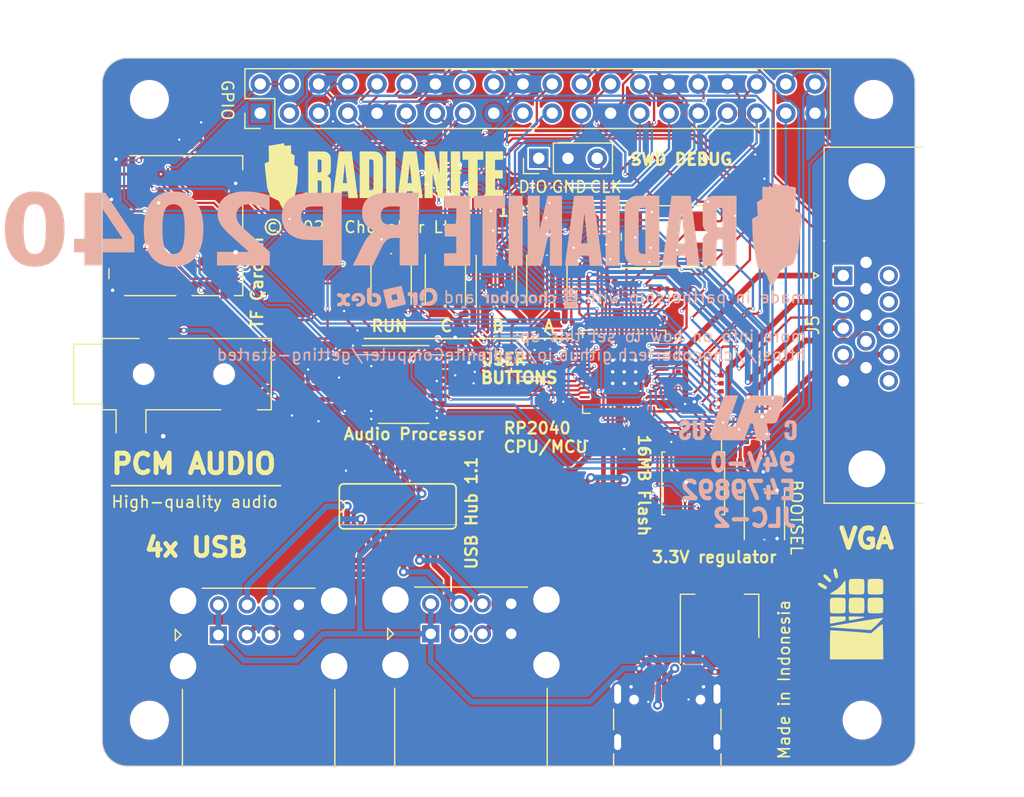
<source format=kicad_pcb>
(kicad_pcb (version 20221018) (generator pcbnew)
  (layers (0 "F.Cu" signal) (31 "B.Cu" signal) (34 "B.Paste" user) (35 "F.Paste" user) (36 "B.SilkS" user "B.Silkscreen") (37 "F.SilkS" user "F.Silkscreen") (38 "B.Mask" user) (39 "F.Mask" user) (44 "Edge.Cuts" user))
  (net 0 "")
  (net 1 "+3V3")
  (net 2 "GND")
  (net 3 "+1V1")
  (net 4 "Net-(C12-Pad1)")
  (net 5 "/CLKIN")
  (net 6 "Net-(U4-VDD18)")
  (net 7 "Net-(U4-VDD33)")
  (net 8 "Net-(U5-VNEG)")
  (net 9 "Net-(U5-LDOO)")
  (net 10 "Net-(U5-CAPP)")
  (net 11 "Net-(U5-CAPM)")
  (net 12 "/PCM_AUDIO_LEFT")
  (net 13 "/PCM_AUDIO_RIGHT")
  (net 14 "VBUS")
  (net 15 "/USB_D+")
  (net 16 "/USB_D-")
  (net 19 "/P21")
  (net 20 "/P22")
  (net 21 "/P18")
  (net 22 "/P5")
  (net 23 "/P19")
  (net 24 "/P20")
  (net 27 "Net-(J3-D1-)")
  (net 28 "Net-(J3-D1+)")
  (net 29 "Net-(J3-D2-)")
  (net 30 "Net-(J3-D2+)")
  (net 31 "Net-(J4-D1-)")
  (net 32 "Net-(J4-D1+)")
  (net 33 "Net-(J4-D2-)")
  (net 34 "Net-(J4-D2+)")
  (net 35 "/VGA_RED_CH")
  (net 36 "/VGA_GREEN_CH")
  (net 37 "/VGA_BLUE_CH")
  (net 42 "/VGA_HSYNC")
  (net 43 "/VGA_VSYNC")
  (net 45 "/P2")
  (net 46 "/P3")
  (net 47 "/P4")
  (net 48 "/P14")
  (net 49 "/P15")
  (net 50 "/P17")
  (net 51 "/AUDIO_BCK")
  (net 54 "/P10")
  (net 55 "/P9")
  (net 56 "/P25")
  (net 57 "/P11")
  (net 58 "/P8")
  (net 59 "/P7")
  (net 60 "/P0")
  (net 61 "/P1")
  (net 62 "/P6")
  (net 63 "/P12")
  (net 64 "/P13")
  (net 65 "/P16")
  (net 66 "/P26")
  (net 67 "/DEBUG_DIO")
  (net 68 "/DEBUG_CLK")
  (net 69 "Net-(U1-USB_DP)")
  (net 70 "Net-(U1-USB_DM)")
  (net 71 "/FLASH_CS")
  (net 72 "Net-(R21-Pad1)")
  (net 73 "/CLKOUT")
  (net 74 "Net-(R23-Pad1)")
  (net 75 "Net-(R24-Pad1)")
  (net 76 "Net-(R25-Pad1)")
  (net 77 "/PCM_LEFT")
  (net 78 "/PCM_RIGHT")
  (net 79 "Net-(U1-RUN)")
  (net 80 "/AUDIO_STREOCLK")
  (net 82 "/FLASH_D3")
  (net 83 "/FLASH_CLK")
  (net 84 "/FLASH_D0")
  (net 85 "/FLASH_D2")
  (net 86 "/FLASH_D1")
  (net 88 "unconnected-(U1-GPIO23-Pad35)")
  (footprint "Capacitor_SMD:C_0201_0603Metric" (layer "F.Cu") (at 110.6 66.045 90)
    (fp_text reference "C26" hide)
    (fp_text value "2.2n")
  )
  (footprint "Capacitor_SMD:C_0201_0603Metric" (layer "F.Cu") (at 143.1 68.7)
    (fp_text reference "C1" hide)
    (fp_text value "1u")
  )
  (footprint "Button_Switch_SMD:SW_Push_1P1T_NO_Vertical_Wuerth_434133025816" (layer "F.Cu") (at 117.825 57.825 90)
    (fp_text reference "SW5" hide)
    (fp_text value "SW_Push")
  )
  (footprint "Resistor_SMD:R_0201_0603Metric" (layer "F.Cu") (at 143.1 67.3)
    (fp_text reference "R6" hide)
    (fp_text value "4.02K")
  )
  (footprint "Connector_PinHeader_2.54mm:PinHeader_2x20_P2.54mm_Vertical" (layer "F.Cu") (at 106.44 43.4 90)
    (fp_text reference "J7" hide)
    (fp_text value "Conn_02x20_Odd_Even")
  )
  (footprint "Package_DFN_QFN:QFN-56-1EP_7x7mm_P0.4mm_EP3.2x3.2mm" (layer "F.Cu") (at 138.1 65.9 180)
    (fp_text reference "U1" hide)
    (fp_text value "RP2040")
  )
  (footprint "Resistor_SMD:R_0201_0603Metric" (layer "F.Cu") (at 148.2 73.945 90)
    (fp_text reference "R21" hide)
    (fp_text value "1K")
  )
  (footprint "Capacitor_SMD:C_0201_0603Metric" (layer "F.Cu") (at 138.9 72.4 -90)
    (fp_text reference "C8" hide)
    (fp_text value "100n")
  )
  (footprint "Capacitor_SMD:C_0201_0603Metric" (layer "F.Cu") (at 131.745 65.2 180)
    (fp_text reference "C3" hide)
    (fp_text value "100n")
  )
  (footprint "Connector_USB:USB_A_CUI_UJ2-ADH-TH_Horizontal_Stacked" (layer "F.Cu") (at 102.8 88.79 90)
    (fp_text reference "J4" hide)
    (fp_text value "USB_A_Stacked")
  )
  (footprint "Capacitor_SMD:C_0201_0603Metric" (layer "F.Cu") (at 134.12 70.95 -90)
    (fp_text reference "C7" hide)
    (fp_text value "100n")
  )
  (footprint "Package_SO:SOIC-8_5.23x5.23mm_P1.27mm" (layer "F.Cu") (at 144.105 75.6 -90)
    (fp_text reference "U3" hide)
    (fp_text value "W25Q128JVS")
  )
  (footprint "LOGO" (layer "F.Cu") (at 117.2 49)
    (fp_text reference "G***" hide)
    (fp_text value "LOGO" hide)
  )
  (footprint "Resistor_SMD:R_0201_0603Metric" (layer "F.Cu") (at 146.855 66.2)
    (fp_text reference "R8" hide)
    (fp_text value "499")
  )
  (footprint "Connector_Card:microSD_HC_Molex_104031-0811" (layer "F.Cu") (at 99.1 53.2 90)
    (fp_text reference "J2" hide)
    (fp_text value "Micro_SD_Card_Det_Hirose_DM3AT")
  )
  (footprint "Capacitor_SMD:C_0201_0603Metric" (layer "F.Cu") (at 113.6 65.155 -90)
    (fp_text reference "C19" hide)
    (fp_text value "2.2u")
  )
  (footprint "Capacitor_SMD:C_0201_0603Metric" (layer "F.Cu") (at 136.97 58.875 180)
    (fp_text reference "C10" hide)
    (fp_text value "100n")
  )
  (footprint "Capacitor_SMD:C_0201_0603Metric" (layer "F.Cu") (at 113.62 66.4 180)
    (fp_text reference "C17" hide)
    (fp_text value "2.2u")
  )
  (footprint "Resistor_SMD:R_0201_0603Metric" (layer "F.Cu") (at 113.645 67.3 180)
    (fp_text reference "R29" hide)
    (fp_text value "470")
  )
  (footprint "Resistor_SMD:R_0201_0603Metric" (layer "F.Cu") (at 146.855 69)
    (fp_text reference "R12" hide)
    (fp_text value "8.06K")
  )
  (footprint "Capacitor_SMD:C_0201_0603Metric" (layer "F.Cu") (at 118.055 72.5)
    (fp_text reference "C16" hide)
    (fp_text value "100n")
  )
  (footprint "Capacitor_SMD:C_0201_0603Metric" (layer "F.Cu") (at 124.7 66.9)
    (fp_text reference "C22" hide)
    (fp_text value "100n")
  )
  (footprint "Resistor_SMD:R_0201_0603Metric" (layer "F.Cu") (at 107.555 58.9 180)
    (fp_text reference "R27" hide)
    (fp_text value "10K")
  )
  (footprint "Connector_USB:USB_C_Receptacle_GCT_USB4105-xx-A_16P_TopMnt_Horizontal" (layer "F.Cu") (at 141.85 97.025)
    (fp_text reference "J1" hide)
    (fp_text value "USB_C_Receptacle_USB2.0")
  )
  (footprint "Capacitor_SMD:C_0201_0603Metric" (layer "F.Cu") (at 136.97 58.025 180)
    (fp_text reference "C11" hide)
    (fp_text value "100n")
  )
  (footprint "Capacitor_SMD:C_0201_0603Metric" (layer "F.Cu") (at 124.055 64.6)
    (fp_text reference "C24" hide)
    (fp_text value "100n")
  )
  (footprint "Capacitor_SMD:C_0201_0603Metric" (layer "F.Cu") (at 109.2 69.38 -90)
    (fp_text reference "C27" hide)
    (fp_text value "2.2n")
  )
  (footprint "Package_SO:TSSOP-20_4.4x6.5mm_P0.65mm" (layer "F.Cu") (at 118.9125 67)
    (fp_text reference "U5" hide)
    (fp_text value "PCM5100A")
  )
  (footprint "Resistor_SMD:R_0201_0603Metric" (layer "F.Cu") (at 137.1 71.5825 90)
    (fp_text reference "R1" hide)
    (fp_text value "200")
  )
  (footprint "Capacitor_SMD:C_0201_0603Metric" (layer "F.Cu") (at 123.4 65.855 -90)
    (fp_text reference "C18" hide)
    (fp_text value "100n")
  )
  (footprint "Connector_PinHeader_2.54mm:PinHeader_1x03_P2.54mm_Vertical" (layer "F.Cu") (at 130.67 47.325 90)
    (fp_text reference "J8" hide)
    (fp_text value "Conn_01x03")
  )
  (footprint "Resistor_SMD:R_0201_0603Metric" (layer "F.Cu") (at 101.2 45.345 90)
    (fp_text reference "R28" hide)
    (fp_text value "DNF")
  )
  (footprint "Capacitor_SMD:C_0201_0603Metric" (layer "F.Cu") (at 124.755 65.9)
    (fp_text reference "C23" hide)
    (fp_text value "10u")
  )
  (footprint "Resistor_SMD:R_0201_0603Metric" (layer "F.Cu") (at 129.045 61.525 180)
    (fp_text reference "R24" hide)
    (fp_text value "1K")
  )
  (footprint "LOGO" (layer "F.Cu") (at 158 87)
    (fp_text reference "G***" hide)
    (fp_text value "LOGO" hide)
  )
  (footprint "Connector_USB:USB_A_CUI_UJ2-ADH-TH_Horizontal_Stacked" (layer "F.Cu") (at 121.27 88.69 90)
    (fp_text reference "J3" hide)
    (fp_text value "USB_A_Stacked")
  )
  (footprint "Capacitor_SMD:C_0201_0603Metric" (layer "F.Cu") (at 138.1 71.6 -90)
    (fp_text reference "C9" hide)
    (fp_text value "1u")
  )
  (footprint "Resistor_SMD:R_0201_0603Metric" (layer "F.Cu") (at 134.2 59.5 90)
    (fp_text reference "R19" hide)
    (fp_text value "47")
  )
  (footprint "Resistor_SMD:R_0201_0603Metric" (layer "F.Cu") (at 103.1 45.32 -90)
    (fp_text reference "R26" hide)
    (fp_text value "10K")
  )
  (footprint "Capacitor_SMD:C_0201_0603Metric" (layer "F.Cu") (at 116.045 72.5 180)
    (fp_text reference "C15" hide)
    (fp_text value "100n")
  )
  (footprint "Resistor_SMD:R_0201_0603Metric" (layer "F.Cu") (at 141.125 59.015 90)
    (fp_text reference "R14" hide)
    (fp_text value "1K")
  )
  (footprint "Resistor_SMD:R_0201_0603Metric" (layer "F.Cu") (at 143.145 65.2)
    (fp_text reference "R3" hide)
    (fp_text value "499")
  )
  (footprint "Resistor_SMD:R_0201_0603Metric" (layer "F.Cu") (at 113.645 68.3 180)
    (fp_text reference "R30" hide)
    (fp_text value "470")
  )
  (footprint "Capacitor_SMD:C_0201_0603Metric" (layer "F.Cu") (at 123.655 63.7)
    (fp_text reference "C25" hide)
    (fp_text value "10u")
  )
  (footprint "Capacitor_SMD:C_0201_0603Metric" (layer "F.Cu") (at 146.7 52.245 90)
    (fp_text reference "C13" hide)
    (fp_text value "27pF")
  )
  (footprint "Button_Switch_SMD:SW_Push_1P1T_NO_Vertical_Wuerth_434133025816" (layer "F.Cu") (at 126.975 57.95 -90)
    (fp_text reference "SW3" hide)
    (fp_text value "SW_Push")
  )
  (footprint "Button_Switch_SMD:SW_Push_1P1T_NO_Vertical_Wuerth_434133025816" (layer "F.Cu") (at 131.375 57.95 -90)
    (fp_text reference "SW2" hide)
    (fp_text value "SW_Push")
  )
  (footprint "Resistor_SMD:R_0201_0603Metric" (layer "F.Cu") (at 136.3 71.5825 90)
    (fp_text reference "R2" hide)
    (fp_text value "200")
  )
  (footprint "Connector_Audio:Jack_3.5mm_CUI_SJ-3523-SMT_Horizontal" (layer "F.Cu") (at 98.8 66.1 90)
    (fp_text reference "J6" hide)
    (fp_text value "AudioJack3")
  )
  (footprint "Resistor_SMD:R_0201_0603Metric" (layer "F.Cu") (at 146.855 67.6)
    (fp_text reference "R10" hide)
    (fp_text value "2K")
  )
  (footprint "Resistor_SMD:R_0201_0603Metric" (layer "F.Cu") (at 141.825 59.015 90)
    (fp_text reference "R15" hide)
    (fp_text value "2K")
  )
  (footprint "Resistor_SMD:R_0201_0603Metric" (layer "F.Cu") (at 134.95 59.5 90)
    (fp_text reference "R18" hide)
    (fp_text value "47")
  )
  (footprint "MountingHole:MountingHole_3.2mm_M3" (layer "F.Cu") (at 158.8 96.2 180)
    (fp_text reference "REF**" hide)
    (fp_text value "MountingHole_3.2mm_M3")
  )
  (footprint "Resistor_SMD:R_0201_0603Metric" (layer "F.Cu") (at 143.145 66.6)
    (fp_text reference "R5" hide)
    (fp_text value "2K")
  )
  (footprint "Package_TO_SOT_SMD:SOT-223-3_TabPin2" (layer "F.Cu") (at 146.4 87.15 90)
    (fp_text reference "U2" hide)
    (fp_text value "AMS1117-3.3")
  )
  (footprint "Capacitor_SMD:C_0201_0603Metric" (layer "F.Cu") (at 133.1 68.5 180)
    (fp_text reference "C2" hide)
    (fp_text value "100n")
  )
  (footprint "Capacitor_SMD:C_0201_0603Metric" (layer "F.Cu") (at 141.82 61.2 180)
    (fp_text reference "C5" hide)
    (fp_text value "100n")
  )
  (footprint "Capacitor_SMD:C_0201_0603Metric" (layer "F.Cu") (at 136.5 55.2 90)
    (fp_text reference "C12" hide)
    (fp_text value "27pF")
  )
  (footprint "Resistor_SMD:R_0201_0603Metric" (layer "F.Cu") (at 140.425 59.03 90)
    (fp_text reference "R13" hide)
    (fp_text value "499")
  )
  (footprint "Resistor_SMD:R_0201_0603Metric" (layer "F.Cu") (at 124.655 61.475 180)
    (fp_text reference "R25" hide)
    (fp_text value "1K")
  )
  (footprint "MountingHole:MountingHole_3.2mm_M3" (layer "F.Cu") (at 96.8 42.2 180)
    (fp_text reference "REF**" hide)
    (fp_text value "MountingHole_3.2mm_M3")
  )
  (footprint "Capacitor_SMD:C_0201_0603Metric" (layer "F.Cu") (at 114.145 69.3 180)
    (fp_text reference "C20" hide)
    (fp_text value "100n")
  )
  (footprint "Capacitor_SMD:C_0201_0603Metric" (layer "F.Cu") (at 111.855 70.2 180)
    (fp_text reference "C21" hide)
    (fp_text value "10u")
  )
  (footprint "Capacitor_SMD:C_0201_0603Metric" (layer "F.Cu") (at 100.1 45.355 -90)
    (fp_text reference "C14" hide)
    (fp_text value "10u")
  )
  (footprint "Button_Switch_SMD:SW_Push_1P1T_NO_Vertical_Wuerth_434133025816" (layer "F.Cu") (at 122.55 57.9 -90)
    (fp_text reference "SW4" hide)
    (fp_text value "SW_Push")
  )
  (footprint "Capacitor_SMD:C_0201_0603Metric" (layer "F.Cu") (at 137.5 60.3 90)
    (fp_text reference "C4" hide)
    (fp_text value "100n")
  )
  (footprint "Resistor_SMD:R_0201_0603Metric" (layer "F.Cu") (at 146.855 66.9)
    (fp_text reference "R9" hide)
    (fp_text value "1K")
  )
  (footprint "Connector_Dsub:DSUB-15-HD_Female_Horizontal_P2.29x1.98mm_EdgePinOffset3.03mm_Housed_MountingHolesOffset4.94mm" (layer "F.Cu") (at 157.16 57.525 90)
    (fp_text reference "J5")
    (fp_text value "DE15_Receptacle_HighDensity_MountingHoles")
  )
  (footprint "Resistor_SMD:R_0201_0603Metric" (layer "F.Cu") (at 143.225 59.015 90)
    (fp_text reference "R17" hide)
    (fp_text value "8.06K")
  )
  (footprint "Resistor_SMD:R_0201_0603Metric" (layer "F.Cu") (at 142.525 59.015 90)
    (fp_text reference "R16" hide)
    (fp_text value "4.02K")
  )
  (footprint "Resistor_SMD:R_0201_0603Metric" (layer "F.Cu") (at 138.2 58.845 90)
    (fp_text reference "R22" hide)
    (fp_text value "1K")
  )
  (footprint "MountingHole:MountingHole_3.2mm_M3" (layer "F.Cu") (at 159.8 42.2 180)
    (fp_text reference "REF**" hide)
    (fp_text value "MountingHole_3.2mm_M3")
  )
  (footprint "Resistor_SMD:R_0201_0603Metric" (layer "F.Cu") (at 143.12 65.9)
    (fp_text reference "R4" hide)
    (fp_text value "1K")
  )
  (footprint "Crystal:Crystal_SMD_7050-4Pin_7.0x5.0mm" (layer "F.Cu") (at 141.55 54.15 180)
    (fp_text reference "Y1" hide)
    (fp_text value "12MHz")
  )
  (footprint "Button_Switch_SMD:SW_Push_1P1T_NO_Vertical_Wuerth_434133025816" (layer "F.Cu") (at 150.3 78.3 -90)
    (fp_text reference "SW1" hide)
    (fp_text value "SW_Push")
  )
  (footprint "Resistor_SMD:R_0201_0603Metric" (layer "F.Cu") (at 146.855 68.3)
    (fp_text reference "R11" hide)
    (fp_text value "4.02K")
  )
  (footprint "Resistor_SMD:R_0201_0603Metric" (layer "F.Cu") (at 143.1 68)
    (fp_text reference "R7" hide)
    (fp_text value "8.06K")
  )
  (footprint "Capacitor_SMD:C_0201_0603Metric" (layer "F.Cu") (at 134.8 70.955 -90)
    (fp_text reference "C6" hide)
    (fp_text value "100n")
  )
  (footprint "MountingHole:MountingHole_3.2mm_M3" (layer "F.Cu") (at 96.8 96.2 180)
    (fp_text reference "REF**" hide)
    (fp_text value "MountingHole_3.2mm_M3")
  )
  (footprint "libs:SO16" (layer "F.Cu") (at 118.4 77.6)
    (fp_text reference "U4" hide)
    (fp_text value "SL2.1A")
  )
  (footprint "Resistor_SMD:R_0201_0603Metric" (layer "F.Cu") (at 133.255 61.5)
    (fp_text reference "R23" hide)
    (fp_text value "1K")
  )
  (footprint "Resistor_SMD:R_0201_0603Metric" (layer "F.Cu") (at 149.045 72 180)
    (fp_text reference "R20" hide)
    (fp_text value "DNF")
  )
  (footprint "LOGO" (layer "B.Cu") (at 117.5 59.4 180)
    (fp_text reference "G***" hide)
    (fp_text value "LOGO" hide)
  )
  (footprint "LOGO" (layer "B.Cu") (at 130.1 59.4 180)
    (fp_text reference "G***" hide)
    (fp_text value "LOGO" hide)
  )
  (footprint "LOGO" (layer "B.Cu") (at 148 70 180)
    (fp_text reference "G***" hide)
    (fp_text value "LOGO" hide)
  )
  (footprint "LOGO" (layer "B.Cu") (at 138 54 180)
    (fp_text reference "G***" hide)
    (fp_text value "LOGO" hide)
  )
  (gr_line (start 93.5 75.8) (end 108.2 75.8) (stroke (width 0.15)) (layer "F.SilkS"))
  (gr_line (start 115.5 63) (end 133.5 63) (stroke (width 0.15)) (layer "F.SilkS"))
  (gr_arc (start 163.419365 98) (mid 162.775 99.555635) (end 161.219365 100.2) (stroke (width 0.1)) (layer "Edge.Cuts"))
  (gr_line (start 92.7 40.8) (end 92.7 98) (stroke (width 0.1)) (layer "Edge.Cuts"))
  (gr_arc (start 161.2 38.6) (mid 162.755635 39.244365) (end 163.4 40.8) (stroke (width 0.1)) (layer "Edge.Cuts"))
  (gr_arc (start 94.9 100.2) (mid 93.344365 99.555635) (end 92.7 98) (stroke (width 0.1)) (layer "Edge.Cuts"))
  (gr_line (start 163.419365 98) (end 163.4 40.8) (stroke (width 0.1)) (layer "Edge.Cuts"))
  (gr_line (start 94.9 100.2) (end 161.219365 100.2) (stroke (width 0.1)) (layer "Edge.Cuts"))
  (gr_line (start 161.2 38.6) (end 94.9 38.6) (stroke (width 0.1)) (layer "Edge.Cuts"))
  (gr_arc (start 92.7 40.8) (mid 93.344365 39.244365) (end 94.9 38.6) (stroke (width 0.1)) (layer "Edge.Cuts"))
  (gr_text "made in partnership with" (at 154 60) (layer "B.SilkS") (effects (font (size 1 1)) (justify left bottom mirror)))
  (gr_text "94V-0\nE479892\nJLC-2" (at 153.25 79.5) (layer "B.SilkS") (effects (font (size 1.5 1.5) (thickness 0.375) bold) (justify left bottom mirror)))
  (gr_text "RP2040" (at 121 57.7) (layer "B.SilkS") (effects (font (size 6.2 6.2)) (justify left bottom mirror)))
  (gr_text "more info on how to set this up: \nhttps://chocobartech.github.io/RadianiteComputer/getting-started" (at 154 65) (layer "B.SilkS") (effects (font (size 1 1)) (justify left bottom mirror)))
  (gr_text "and" (at 125.2 60) (layer "B.SilkS") (effects (font (size 1 1)) (justify left bottom mirror)))
  (gr_text "16MB Flash" (at 139.25 71.25 -90) (layer "F.SilkS") (effects (font (size 1 1) (thickness 0.2) bold) (justify left bottom)))
  (gr_text "VGA" (at 156.6 81.4) (layer "F.SilkS") (effects (font (size 1.7 1.7) (thickness 0.425) bold) (justify left bottom)))
  (gr_text "B\n" (at 126.5 62.5) (layer "F.SilkS") (effects (font (size 1 1) (thickness 0.2) bold) (justify left bottom)))
  (gr_text "USER\nBUTTONS" (at 125.5 67) (layer "F.SilkS") (effects (font (size 1 1) (thickness 0.25) bold) (justify left bottom)))
  (gr_text "4x USB" (at 96.2 82.1) (layer "F.SilkS") (effects (font (size 1.6 1.6) (thickness 0.4) bold) (justify left bottom)))
  (gr_text "GPIO" (at 103 40.4 -90) (layer "F.SilkS") (effects (font (size 1 1)) (justify left bottom)))
  (gr_text "RP2040\nCPU/MCU" (at 127.5 73) (layer "F.SilkS") (effects (font (size 1 1) (thickness 0.2) bold) (justify left bottom)))
  (gr_text "3.3V regulator" (at 140.4 82.6) (layer "F.SilkS") (effects (font (size 1 1) (thickness 0.2) bold) (justify left bottom)))
  (gr_text "CLK" (at 135 50.4) (layer "F.SilkS") (effects (font (size 1 1)) (justify left bottom)))
  (gr_text "PCM AUDIO" (at 93.3 74.9) (layer "F.SilkS") (effects (font (size 1.7 1.7) (thickness 0.425) bold) (justify left bottom)))
  (gr_text "TF Card In" (at 106.75 62.25 90) (layer "F.SilkS") (effects (font (size 1 1) (thickness 0.2) bold) (justify left bottom)))
  (gr_text "DIO" (at 128.8 50.4) (layer "F.SilkS") (effects (font (size 1 1)) (justify left bottom)))
  (gr_text "© 2023 Chocobar Ltd." (at 106.6 53.9) (layer "F.SilkS") (effects (font (size 1 1)) (justify left bottom)))
  (gr_text "GND" (at 131.7 50.4) (layer "F.SilkS") (effects (font (size 1 1)) (justify left bottom)))
  (gr_text "C" (at 122 62.5) (layer "F.SilkS") (effects (font (size 1 1) (thickness 0.2) bold) (justify left bottom)))
  (gr_text "V1.35" (at 126 52.6) (layer "F.SilkS") (effects (font (size 1 1) (thickness 0.2) bold) (justify left bottom)))
  (gr_text "A" (at 131 62.5) (layer "F.SilkS") (effects (font (size 1 1) (thickness 0.2) bold) (justify left bottom)))
  (gr_text "BOOTSEL" (at 152.5 75.2 -90) (layer "F.SilkS") (effects (font (size 1 1)) (justify left bottom)))
  (gr_text "High-quality audio" (at 93.4 77.8) (layer "F.SilkS") (effects (font (size 1 1)) (justify left bottom)))
  (gr_text "Made in Indonesia" (at 152.6 99.7 90) (layer "F.SilkS") (effects (font (size 1 1)) (justify left bottom)))
  (gr_text "SWD DEBUG" (at 138.5 48) (layer "F.SilkS") (effects (font (size 1 1) (thickness 0.25) bold) (justify left bottom)))
  (gr_text "RUN" (at 116 62.5) (layer "F.SilkS") (effects (font (size 1 1) (thickness 0.2) bold) (justify left bottom)))
  (gr_text "Audio Processor" (at 113.6 71.9) (layer "F.SilkS") (effects (font (size 1 1) (thickness 0.2) bold) (justify left bottom)))
  (gr_text "USB Hub 1.1" (at 125.4 83.2 90) (layer "F.SilkS") (effects (font (size 1 1) (thickness 0.2) bold) (justify left bottom)))
  (via (at 135.657957 63.77387) (size 0.3) (drill 0.2) (layers "F.Cu" "B.Cu") (net 0))
  (segment (start 135.3 66.1) (end 135.05 65.85) (width 0.2) (layer "B.Cu") (net 0))
  (segment (start 135.05 65.85) (end 135.05 64.381827) (width 0.2) (layer "B.Cu") (net 0))
  (segment (start 135.05 64.381827) (end 135.657957 63.77387) (width 0.2) (layer "B.Cu") (net 0))
  (segment (start 132.065 65.165) (end 131.6 64.7) (width 0.2) (layer "F.Cu") (net 1))
  (segment (start 140.1 68.6) (end 140.05 68.65) (width 0.3) (layer "F.Cu") (net 1))
  (segment (start 140.05 68.65) (end 139.65 68.65) (width 0.3) (layer "F.Cu") (net 1))
  (segment (start 132.065 65.2) (end 132.065 65.165) (width 0.2) (layer "F.Cu") (net 1))
  (segment (start 125.975 64.515) (end 126.23 64.77) (width 0.2) (layer "F.Cu") (net 1))
  (segment (start 139.65 68.65) (end 139.6 68.6) (width 0.3) (layer "F.Cu") (net 1))
  (segment (start 124.95 63.46) (end 125.975 64.485) (width 0.2) (layer "F.Cu") (net 1))
  (segment (start 125.975 64.485) (end 125.975 64.515) (width 0.2) (layer "F.Cu") (net 1))
  (segment (start 141.5375 64.9) (end 141.886127 64.9) (width 0.2) (layer "F.Cu") (net 1))
  (segment (start 146.4 90.3) (end 146.4 84) (width 1.2) (layer "F.Cu") (net 1))
  (segment (start 140.168235 63.11) (end 140.11 63.168235) (width 0.2) (layer "F.Cu") (net 1))
  (segment (start 124.95 63.17) (end 124.95 63.46) (width 0.2) (layer "F.Cu") (net 1))
  (segment (start 141.09 62.86) (end 140.84 63.11) (width 0.2) (layer "F.Cu") (net 1))
  (segment (start 140.84 63.11) (end 140.168235 63.11) (width 0.2) (layer "F.Cu") (net 1))
  (via (at 126.23 64.77) (size 0.3) (drill 0.2) (layers "F.Cu" "B.Cu") (net 1))
  (via (at 125.84 65.77) (size 0.3) (drill 0.2) (layers "F.Cu" "B.Cu") (net 1))
  (via (at 127.41 58.34) (size 0.3) (drill 0.2) (layers "F.Cu" "B.Cu") (net 1))
  (via (at 126.083423 62.203216) (size 0.3) (drill 0.2) (layers "F.Cu" "B.Cu") (net 1))
  (via (at 97.8 48.7) (size 0.3) (drill 0.2) (layers "F.Cu" "B.Cu") (net 1))
  (via (at 124.95 63.17) (size 0.3) (drill 0.2) (layers "F.Cu" "B.Cu") (net 1))
  (via (at 126.39 58.34) (size 0.3) (drill 0.2) (layers "F.Cu" "B.Cu") (net 1))
  (segment (start 126.083423 62.203216) (end 126.030207 62.15) (width 0.2) (layer "B.Cu") (net 1))
  (segment (start 125.593603 62.15) (end 124.95 62.793603) (width 0.2) (layer "B.Cu") (net 1))
  (segment (start 126.030207 62.15) (end 125.593603 62.15) (width 0.2) (layer "B.Cu") (net 1))
  (segment (start 126.23 64.77) (end 126.23 65.38) (width 0.2) (layer "B.Cu") (net 1))
  (segment (start 126.23 65.38) (end 125.84 65.77) (width 0.2) (layer "B.Cu") (net 1))
  (segment (start 127.41 58.34) (end 126.39 58.34) (width 0.2) (layer "B.Cu") (net 1))
  (segment (start 124.95 62.793603) (end 124.95 63.17) (width 0.2) (layer "B.Cu") (net 1))
  (segment (start 155.5 54.3) (end 155.5 54.5) (width 0.2) (layer "F.Cu") (net 2))
  (segment (start 134.82 62.58) (end 134.82 61.92) (width 0.2) (layer "F.Cu") (net 2))
  (segment (start 146.7 70.3) (end 148.03 71.63) (width 0.2) (layer "F.Cu") (net 2))
  (segment (start 132.75 62.85) (end 131.45 62.85) (width 0.2) (layer "F.Cu") (net 2))
  (segment (start 128.9 46) (end 132.3 46) (width 0.2) (layer "F.Cu") (net 2))
  (segment (start 144.58 55.5) (end 147.76 52.32) (width 0.2) (layer "F.Cu") (net 2))
  (segment (start 143.52 43.92) (end 145.4 45.8) (width 0.2) (layer "F.Cu") (net 2))
  (segment (start 140.6 94.2) (end 140.2 94.6) (width 0.2) (layer "F.Cu") (net 2))
  (segment (start 128 42.16) (end 129.3 40.86) (width 0.2) (layer "F.Cu") (net 2))
  (segment (start 117.62 42.38) (end 120.16 42.38) (width 0.2) (layer "F.Cu") (net 2))
  (segment (start 137.5 59.98) (end 137.5 59.58) (width 0.25) (layer "F.Cu") (net 2))
  (segment (start 146.7 70.3) (end 145.8 70.3) (width 0.2) (layer "F.Cu") (net 2))
  (segment (start 119 74.5) (end 119.035 74.5266) (width 0.5) (layer "F.Cu") (net 2))
  (segment (start 133.21 46.91) (end 133.21 47.325) (width 0.2) (layer "F.Cu") (net 2))
  (segment (start 124.375 64.6) (end 124.375 64.875) (width 0.3) (layer "F.Cu") (net 2))
  (segment (start 136.65 59) (end 136.65 58.025) (width 0.3) (layer "F.Cu") (net 2))
  (segment (start 138.6 52.8) (end 138.6 53.74) (width 0.2) (layer "F.Cu") (net 2))
  (segment (start 101.2 45.025) (end 101.2 44.3) (width 0.25) (layer "F.Cu") (net 2))
  (segment (start 147.365 51.925) (end 147.76 52.32) (width 0.2) (layer "F.Cu") (net 2))
  (segment (start 136.6 56.4) (end 136.9 56.1) (width 0.3) (layer "F.Cu") (net 2))
  (segment (start 143.5 75.5) (end 142.2 74.2) (width 0.2) (layer "F.Cu") (net 2))
  (segment (start 144.2 68.5) (end 144 68.7) (width 0.2) (layer "F.Cu") (net 2))
  (segment (start 124.375 64.875) (end 124.6 65.1) (width 0.3) (layer "F.Cu") (net 2))
  (segment (start 147.3 45.8) (end 148 45.1) (width 0.2) (layer "F.Cu") (net 2))
  (segment (start 141.5 61.58) (end 141.25 61.83) (width 0.2) (layer "F.Cu") (net 2))
  (segment (start 123 64.7) (end 123.1 64.8) (width 0.2) (layer "F.Cu") (net 2))
  (segment (start 115.725 72.5) (end 115.2958 72.5) (width 0.5) (layer "F.Cu") (net 2))
  (segment (start 139.08 63.14) (end 139.08 62.4825) (width 0.2) (layer "F.Cu") (net 2))
  (segment (start 139.1 58.4) (end 139.1 62.4625) (width 0.2) (layer "F.Cu") (net 2))
  (segment (start 141.5 61.2) (end 141.5 61.58) (width 0.2) (layer "F.Cu") (net 2))
  (segment (start 148.03 71.63) (end 149.93 71.63) (width 0.2) (layer "F.Cu") (net 2))
  (segment (start 144.5 55.5) (end 144.58 55.5) (width 0.2) (layer "F.Cu") (net 2))
  (segment (start 148.1 45) (end 148.1 41.88) (width 0.2) (layer "F.Cu") (net 2))
  (segment (start 113.9 74.5) (end 113.955 74.5266) (width 0.5) (layer "F.Cu") (net 2))
  (segment (start 135.5 63.3) (end 134.8 62.6) (width 0.2) (layer "F.Cu") (net 2))
  (segment (start 142 40.86) (end 143.52 42.38) (width 0.2) (layer "F.Cu") (net 2))
  (segment (start 154.7 44.83) (end 159.21 49.34) (width 0.2) (layer "F.Cu") (net 2))
  (segment (start 116.75 54.625) (end 117 54.375) (width 0.5) (layer "F.Cu") (net 2))
  (segment (start 136.6 57.5) (end 136.6 56.4) (width 0.3) (layer "F.Cu") (net 2))
  (segment (start 143.6 94.3) (end 143.7 94.4) (width 0.3) (layer "F.Cu") (net 2))
  (segment (start 144.2 68.7) (end 144.2 68.5) (width 0.2) (layer "F.Cu") (net 2))
  (segment (start 101.2 44.3) (end 101.3 44.2) (width 0.25) (layer "F.Cu") (net 2))
  (segment (start 100.1 45.675) (end 99.425 45.675) (width 0.25) (layer "F.Cu") (net 2))
  (segment (start 116.6 43.4) (end 117.62 42.38) (width 0.2) (layer "F.Cu") (net 2))
  (segment (start 123.975 63.7) (end 124.375 64.1) (width 0.3) (layer "F.Cu") (net 2))
  (segment (start 143.4 68.7) (end 143.42 68.7) (width 0.2) (layer "F.Cu") (net 2))
  (segment (start 118.375 72.5) (end 119.035 73.16) (width 0.5) (layer "F.Cu") (net 2))
  (segment (start 123.975 63.7) (end 123.975 63.475) (width 0.3) (layer "F.Cu") (net 2))
  (segment (start 144 68.7) (end 143.4 68.7) (width 0.2) (layer "F.Cu") (net 2))
  (segment (start 137.61 59.47) (end 137.8 59.28) (width 0.25) (layer "F.Cu") (net 2))
  (segment (start 127.24 63.43) (end 127.41 63.6) (width 0.2) (layer "F.Cu") (net 2))
  (segment (start 127.7 47.2) (end 128.9 46) (width 0.2) (layer "F.Cu") (net 2))
  (segment (start 120.16 42.38) (end 121.68 40.86) (width 0.2) (layer "F.Cu") (net 2))
  (segment (start 113.955 73.8408) (end 113.9 74.5) (width 0.5) (layer "F.Cu") (net 2))
  (segment (start 116.75 55.75) (end 116.75 54.625) (width 0.5) (layer "F.Cu") (net 2))
  (segment (start 114.51 63.62) (end 113.49 63.62) (width 0.2) (layer "F.Cu") (net 2))
  (segment (start 145.4 45.8) (end 147.3 45.8) (width 0.2) (layer "F.Cu") (net 2))
  (segment (start 140.98 39.84) (end 139.037502 39.84) (width 0.2) (layer "F.Cu") (net 2))
  (segment (start 131.45 62.85) (end 131.2 63.1) (width 0.2) (layer "F.Cu") (net 2))
  (segment (start 127.84 39.4) (end 123.14 39.4) (width 0.2) (layer "F.Cu") (net 2))
  (segment (start 96.3 69.8) (end 98 71.5) (width 1) (layer "F.Cu") (net 2))
  (segment (start 132.3 46) (end 133.21 46.91) (width 0.2) (layer "F.Cu") (net 2))
  (segment (start 134.82 61.92) (end 134.6 61.7) (width 0.2) (layer "F.Cu") (net 2))
  (segment (start 148 45.1) (end 148.1 45) (width 0.2) (layer "F.Cu") (net 2))
  (segment (start 119.035 73.16) (end 119 74.5) (width 0.5) (layer "F.Cu") (net 2))
  (segment (start 136.78 59.13) (end 136.65 59) (width 0.3) (layer "F.Cu") (net 2))
  (segment (start 136.65 58.875) (end 136.78 59.005) (width 0.3) (layer "F.Cu") (net 2))
  (segment (start 116.75 59.9) (end 116.75 55.75) (width 0.5) (layer "F.Cu") (net 2))
  (segment (start 128 42.4) (end 128 42.16) (width 0.2) (layer "F.Cu") (net 2))
  (segment (start 139.037502 39.84) (end 138 40.877502) (width 0.2) (layer "F.Cu") (net 2))
  (segment (start 138.1 72.6) (end 138.1 71.92) (width 0.25) (layer "F.Cu") (net 2))
  (segment (start 154.7 43.4) (end 154.7 44.83) (width 0.2) (layer "F.Cu") (net 2))
  (segment (start 139.08 62.4825) (end 139.1 62.4625) (width 0.2) (layer "F.Cu") (net 2))
  (segment (start 143.6 93.345) (end 143.6 94.3) (width 0.3) (layer "F.Cu") (net 2))
  (segment (start 123.14 39.4) (end 121.68 40.86) (width 0.2) (layer "F.Cu") (net 2))
  (segment (start 124.375 64.1) (end 124.375 64.6) (width 0.3) (layer "F.Cu") (net 2))
  (segment (start 145.8 70.3) (end 144.2 68.7) (width 0.2) (layer "F.Cu") (net 2))
  (segment (start 150.3 49.1) (end 155.5 54.3) (width 0.2) (layer "F.Cu") (net 2))
  (segment (start 143.52 42.38) (end 143.52 43.92) (width 0.2) (layer "F.Cu") (net 2))
  (segment (start 115.2958 72.5) (end 113.955 73.8408) (width 0.5) (layer "F.Cu") (net 2))
  (segment (start 121.8 64.7) (end 123 64.7) (width 0.2) (layer "F.Cu") (net 2))
  (segment (start 127.24 62.17) (end 127.24 63.43) (width 0.2) (layer "F.Cu") (net 2))
  (segment (start 134.8 62.6) (end 134.82 62.58) (width 0.2) (layer "F.Cu") (net 2))
  (segment (start 139.4 58.1) (end 139.1 58.4) (width 0.2) (layer "F.Cu") (net 2))
  (segment (start 129.3 40.86) (end 127.84 39.4) (width 0.2) (layer "F.Cu") (net 2))
  (segment (start 149.5 46.6) (end 149.5 47) (width 0.2) (layer "F.Cu") (net 2))
  (segment (start 146.7 51.925) (end 147.365 51.925) (width 0.2) (layer "F.Cu") (net 2))
  (segment (start 137.8 59.28) (end 137.8 58.5) (width 0.25) (layer "F.Cu") (net 2))
  (segment (start 150.2 71.9) (end 150.2 74.6) (width 0.2) (layer "F.Cu") (net 2))
  (segment (start 142 40.86) (end 140.98 39.84) (width 0.2) (layer "F.Cu") (net 2))
  (segment (start 138.92 72.7) (end 138.9 72.72) (width 0.25) (layer "F.Cu") (net 2))
  (segment (start 138 40.877502) (end 138 42.32) (width 0.2) (layer "F.Cu") (net 2))
  (segment (start 148 45.1) (end 149.5 46.6) (width 0.2) (layer "F.Cu") (net 2))
  (segment (start 123.975 63.475) (end 123.4 62.9) (width 0.3) (layer "F.Cu") (net 2))
  (segment (start 113.49 63.62) (end 112.38 64.73) (width 0.2) (layer "F.Cu") (net 2))
  (segment (start 136.6 57.975) (end 136.65 58.025) (width 0.3) (layer "F.Cu") (net 2))
  (segment (start 134.12 71.27) (end 134.12 71.82) (width 0.25) (layer "F.Cu") (net 2))
  (segment (start 136.78 59.005) (end 136.78 59.13) (width 0.3) (layer "F.Cu") (net 2))
  (segment (start 138 42.32) (end 136.92 43.4) (width 0.2) (layer "F.Cu") (net 2))
  (segment (start 134.8 71.8) (end 134.8 71.275) (width 0.25) (layer "F.Cu") (net 2))
  (segment (start 134.9 71.9) (end 134.8 71.8) (width 0.25) (layer "F.Cu") (net 2))
  (segment (start 134.5 62.9) (end 132.8 62.9) (width 0.2) (layer "F.Cu") (net 2))
  (segment (start 139.7 72.7) (end 138.92 72.7) (width 0.25) (layer "F.Cu") (net 2))
  (segment (start 112.77 42.11) (end 112.77 44.12) (width 0.2) (layer "F.Cu") (net 2))
  (segment (start 113.74 61.14) (end 114.9 62.3) (width 0.2) (layer "F.Cu") (net 2))
  (segment (start 113.74 60.61) (end 113.74 61.14) (width 0.2) (layer "F.Cu") (net 2))
  (segment (start 134.8 62.6) (end 134.5 62.9) (width 0.2) (layer "F.Cu") (net 2))
  (segment (start 142.2 74.2) (end 142.2 72) (width 0.2) (layer "F.Cu") (net 2))
  (segment (start 136.6 57.5) (end 136.6 57.975) (width 0.3) (layer "F.Cu") (net 2))
  (segment (start 140.6 93.345) (end 140.6 94.2) (width 0.2) (layer "F.Cu") (net 2))
  (segment (start 138.6 53.74) (end 139.07 54.21) (width 0.2) (layer "F.Cu") (net 2))
  (segment (start 99.425 45.675) (end 99.4 45.7) (width 0.25) (layer "F.Cu") (net 2))
  (segment (start 148.1 41.88) (end 147.08 40.86) (width 0.2) (layer "F.Cu") (net 2))
  (segment (start 95.2 69.8) (end 96.3 69.8) (width 1) (layer "F.Cu") (net 2))
  (segment (start 137.5 59.58) (end 137.61 59.47) (width 0.25) (layer "F.Cu") (net 2))
  (segment (start 111.52 40.86) (end 112.77 42.11) (width 0.2) (layer "F.Cu") (net 2))
  (segment (start 149.93 71.63) (end 150.2 71.9) (width 0.2) (layer "F.Cu") (net 2))
  (segment (start 134.12 71.82) (end 134.3 72) (width 0.25) (layer "F.Cu") (net 2))
  (segment (start 132.8 62.9) (end 132.75 62.85) (width 0.2) (layer "F.Cu") (net 2))
  (via (at 93.9 47.4) (size 0.4) (drill 0.3) (layers "F.Cu" "B.Cu") (net 2))
  (via (at 138.1 65.9) (size 0.4) (drill 0.3) (layers "F.Cu" "B.Cu") (net 2))
  (via (at 136.9 56.1) (size 0.3) (drill 0.2) (layers "F.Cu" "B.Cu") (net 2))
  (via (at 134.9 71.9) (size 0.3) (drill 0.2) (layers "F.Cu" "B.Cu") (net 2))
  (via (at 136.78 59.13) (size 0.3) (drill 0.2) (layers "F.Cu" "B.Cu") (net 2))
  (via (at 113.3 66.4) (size 0.3) (drill 0.2) (layers "F.Cu" "B.Cu") (net 2))
  (via (at 132.8 68.5) (size 0.3) (drill 0.2) (layers "F.Cu" "B.Cu") (net 2))
  (via (at 138.1 66.9) (size 0.4) (drill 0.3) (layers "F.Cu" "B.Cu") (net 2))
  (via (at 127.24 62.17) (size 0.3) (drill 0.2) (layers "F.Cu" "B.Cu") (net 2))
  (via (at 137.8 58.5) (size 0.3) (drill 0.2) (layers "F.Cu" "B.Cu") (net 2))
  (via (at 138.7 93.3) (size 0.4) (drill 0.3) (layers "F.Cu" "B.Cu") (net 2))
  (via (at 109.2 69.7) (size 0.3) (drill 0.2) (layers "F.Cu" "B.Cu") (net 2))
  (via (at 124.6 65.1) (size 0.5) (drill 0.3) (layers "F.Cu" "B.Cu") (net 2))
  (via (at 99.4 45.7) (size 0.3) (drill 0.2) (layers "F.Cu" "B.Cu") (net 2))
  (via (at 141.25 61.83) (size 0.3) (drill 0.2) (layers "F.Cu" "B.Cu") (net 2))
  (via (at 143.7 94.4) (size 0.3) (drill 0.2) (layers "F.Cu" "B.Cu") (net 2))
  (via (at 114.51 63.62) (size 0.3) (drill 0.2) (layers "F.Cu" "B.Cu") (net 2))
  (via (at 110.6 65.7) (size 0.3) (drill 0.2) (layers "F.Cu" "B.Cu") (net 2))
  (via (at 136.53 54.82) (size 0.3) (drill 0.2) (layers "F.Cu" "B.Cu") (net 2))
  (via (at 101.3 44.2) (size 0.3) (drill 0.2) (layers "F.Cu" "B.Cu") (net 2))
  (via (at 112.38 64.73) (size 0.3) (drill 0.2) (layers "F.Cu" "B.Cu") (net 2))
  (via (at 151.4 76.2) (size 0.4) (drill 0.3) (layers "F.Cu" "B.Cu") (net 2))
  (via (at 142.2 72) (size 0.3) (drill 0.2) (layers "F.Cu" "B.Cu") (net 2))
  (via (at 111.51 70.2) (size 0.3) (drill 0.2) (layers "F.Cu" "B.Cu") (net 2))
  (via (at 116.1 69.3) (size 0.3) (drill 0.2) (layers "F.Cu" "B.Cu") (net 2))
  (via (at 123.1 64.8) (size 0.3) (drill 0.2) (layers "F.Cu" "B.Cu") (net 2))
  (via (at 131.2 63.1) (size 0.3) (drill 0.2) (layers "F.Cu" "B.Cu") (net 2))
  (via (at 98 71.5) (size 0.8) (drill 0.4) (layers "F.Cu" "B.Cu") (net 2))
  (via (at 125 66.9) (size 0.3) (drill 0.2) (layers "F.Cu" "B.Cu") (net 2))
  (via (at 139.1 65.9) (size 0.4) (drill 0.3) (layers "F.Cu" "B.Cu") (net 2))
  (via (at 143.5 75.5) (size 0.4) (drill 0.3) (layers "F.Cu" "B.Cu") (net 2))
  (via (at 104.3 49.5) (size 0.4) (drill 0.3) (layers "F.Cu" "B.Cu") (net 2))
  (via (at 150.3 49.1) (size 0.3) (drill 0.2) (layers "F.Cu" "B.Cu") (net 2))
  (via (at 131.4 65.2) (size 0.3) (drill 0.2) (layers "F.Cu" "B.Cu") (net 2))
  (via (at 137.1 65.9) (size 0.4) (drill 0.3) (layers "F.Cu" "B.Cu") (net 2))
  (via (at 137.61 59.47) (size 0.3) (drill 0.2) (layers "F.Cu" "B.Cu") (net 2))
  (via (at 134.3 72) (size 0.3) (drill 0.2) (layers "F.Cu" "B.Cu") (net 2))
  (via (at 114.9 62.3) (size 0.3) (drill 0.2) (layers "F.Cu" "B.Cu") (net 2))
  (via (at 149.5 47) (size 0.3) (drill 0.2) (layers "F.Cu" "B.Cu") (net 2))
  (via (at 130.3 64) (size 0.3) (drill 0.2) (layers "F.Cu" "B.Cu") (net 2))
  (via (at 119 74.5) (size 0.3) (drill 0.2) (layers "F.Cu" "B.Cu") (net 2))
  (via (at 138.1 64.9) (size 0.4) (drill 0.3) (layers "F.Cu" "B.Cu") (net 2))
  (via (at 139.4 58.1) (size 0.3) (drill 0.2) (layers "F.Cu" "B.Cu") (net 2))
  (via (at 121.8 66.7) (size 0.3) (drill 0.2) (layers "F.Cu" "B.Cu") (net 2))
  (via (at 139.7 72.7) (size 0.3) (drill 0.2) (layers "F.Cu" "B.Cu") (net 2))
  (via (at 151.4 80.4) (size 0.4) (drill 0.3) (layers "F.Cu" "B.Cu") (net 2))
  (via (at 145 93.3) (size 0.4) (drill 0.3) (layers "F.Cu" "B.Cu") (net 2))
  (via (at 104.3 55.5) (size 0.8) (drill 0.4) (layers "F.Cu" "B.Cu") (net 2))
  (via (at 127.7 47.2) (size 0.3) (drill 0.2) (layers "F.Cu" "B.Cu") (net 2))
  (via (at 155.5 54.5) (size 0.3) (drill 0.2) (layers "F.Cu" "B.Cu") (net 2))
  (via (at 93.6 58.8) (size 0.4) (drill 0.3) (layers "F.Cu" "B.Cu") (net 2))
  (via (at 144.2 68.5) (size 0.5) (drill 0.3) (layers "F.Cu" "B.Cu") (net 2))
  (via (at 150.2 74.6) (size 0.4) (drill 0.3) (layers "F.Cu" "B.Cu") (net 2))
  (via (at 139.1 66.9) (size 0.4) (drill 0.3) (layers "F.Cu" "B.Cu") (net 2))
  (via (at 135.5 63.3) (size 0.3) (drill 0.2) (layers "F.Cu" "B.Cu") (net 2))
  (via (at 137.1 66.9) (size 0.4) (drill 0.3) (layers "F.Cu" "B.Cu") (net 2))
  (via (at 144.1 90.3) (size 0.4) (drill 0.3) (layers "F.Cu" "B.Cu") (net 2))
  (via (at 121.8 64.7) (size 0.3) (drill 0.2) (layers "F.Cu" "B.Cu") (net 2))
  (via (at 121.8 69.3) (size 0.3) (drill 0.2) (layers "F.Cu" "B.Cu") (net 2))
  (via (at 123.4 66.2) (size 0.3) (drill 0.2) (layers "F.Cu" "B.Cu") (net 2))
  (via (at 139.07 54.21) (size 0.3) (drill 0.2) (layers "F.Cu" "B.Cu") (net 2))
  (via (at 127.41 63.6) (size 0.3) (drill 0.2) (layers "F.Cu" "B.Cu") (net 2))
  (via (at 146.7 70.3) (size 0.3) (drill 0.2) (layers "F.Cu" "B.Cu") (net 2))
  (via (at 93.5 50.9) (size 0.4) (drill 0.3) (layers "F.Cu" "B.Cu") (net 2))
  (via (at 116.1 70) (size 0.3) (drill 0.2) (layers "F.Cu" "B.Cu") (net 2))
  (via (at 112.77 44.12) (size 0.3) (drill 0.2) (layers "F.Cu" "B.Cu") (net 2))
  (via (at 139.08 63.14) (size 0.3) (drill 0.2) (layers "F.Cu" "B.Cu") (net 2))
  (via (at 134.6 61.7) (size 0.3) (drill 0.2) (layers "F.Cu" "B.Cu") (net 2))
  (via (at 140.2 94.6) (size 0.3) (drill 0.2) (layers "F.Cu" "B.Cu") (net 2))
  (via (at 121.8 69.9) (size 0.3) (drill 0.2) (layers "F.Cu" "B.Cu") (net 2))
  (via (at 128 42.4) (size 0.3) (drill 0.2) (layers "F.Cu" "B.Cu") (net 2))
  (via (at 117 54.375) (size 0.3) (drill 0.2) (layers "F.Cu" "B.Cu") (net 2))
  (via (at 143.4 68.7) (size 0.3) (drill 0.2) (layers "F.Cu" "B.Cu") (net 2))
  (via (at 138.1 72.6) (size 0.3) (drill 0.2) (layers "F.Cu" "B.Cu") (net 2))
  (via (at 113.8 69.3) (size 0.3) (drill 0.2) (layers "F.Cu" "B.Cu") (net 2))
  (via (at 113.74 60.61) (size 0.3) (drill 0.2) (layers "F.Cu" "B.Cu") (net 2))
  (via (at 123.4 62.9) (size 0.5) (drill 0.3) (layers "F.Cu" "B.Cu") (net 2))
  (via (at 125.1 65.9) (size 0.3) (drill 0.2) (layers "F.Cu" "B.Cu") (net 2))
  (via (at 139.1 64.9) (size 0.4) (drill 0.3) (layers "F.Cu" "B.Cu") (net 2))
  (via (at 113.9 74.5) (size 0.3) (drill 0.2) (layers "F.Cu" "B.Cu") (net 2))
  (via (at 137.1 64.9) (size 0.4) (drill 0.3) (layers "F.Cu" "B.Cu") (net 2))
  (via (at 116.1 65.4) (size 0.3) (drill 0.2) (layers "F.Cu" "B.Cu") (net 2))
  (via (at 147.76 52.32) (size 0.3) (drill 0.2) (layers "F.Cu" "B.Cu") (net 2))
  (segment (start 114.45 59.9) (end 113.74 60.61) (width 0.2) (layer "B.Cu") (net 2))
  (segment (start 150.2 74.6) (end 149.3 75.5) (width 0.2) (layer "B.Cu") (net 2))
  (segment (start 131.838333 65.2) (end 132.138333 65.5) (width 0.2) (layer "B.Cu") (net 2))
  (segment (start 149.5 47) (end 150.3 47.8) (width 0.2) (layer "B.Cu") (net 2))
  (segment (start 131.4 65.2) (end 131.838333 65.2) (width 0.2) (layer "B.Cu") (net 2))
  (segment (start 149.3 75.5) (end 143.5 75.5) (width 0.2) (layer "B.Cu") (net 2))
  (segment (start 132.138333 65.5) (end 132.3 65.5) (width 0.2) (layer "B.Cu") (net 2))
  (segment (start 116.7 59.9) (end 114.45 59.9) (width 0.2) (layer "B.Cu") (net 2))
  (segment (start 114.9 63.23) (end 114.51 63.62) (width 0.2) (layer "B.Cu") (net 2))
  (segment (start 150.3 47.8) (end 150.3 49.1) (width 0.2) (layer "B.Cu") (net 2))
  (segment (start 131.2 63.1) (end 130.3 64) (width 0.2) (layer "B.Cu") (net 2))
  (segment (start 114.9 62.3) (end 114.9 63.23) (width 0.2) (layer "B.Cu") (net 2))
  (segment (start 137.5 61.718162) (end 137.5 62.4625) (width 0.2) (layer "F.Cu") (net 3))
  (segment (start 136.85 59.68) (end 136.85 61.068162) (width 0.2) (layer "F.Cu") (net 3))
  (segment (start 136.3 70) (end 136.225 70.075) (width 0.2) (layer "F.Cu") (net 3))
  (segment (start 137.2 63.55) (end 137.5 63.25) (width 0.2) (layer "F.Cu") (net 3))
  (segment (start 138.3 70.4) (end 138.3 71.08) (width 0.2) (layer "F.Cu") (net 3))
  (segment (start 137.29 58.875) (end 137.29 59.24) (width 0.2) (layer "F.Cu") (net 3))
  (segment (start 136.3 69.3375) (end 136.3 70) (width 0.2) (layer "F.Cu") (net 3))
  (segment (start 138.3 71.08) (end 138.1 71.28) (width 0.2) (layer "F.Cu") (net 3))
  (segment (start 136.85 61.068162) (end 137.5 61.718162) (width 0.2) (layer "F.Cu") (net 3))
  (segment (start 136.3 67.975) (end 136.3 69.3375) (width 0.2) (layer "F.Cu") (net 3))
  (segment (start 137.5 63.25) (end 137.5 62.4625) (width 0.2) (layer "F.Cu") (net 3))
  (segment (start 137.29 59.24) (end 136.85 59.68) (width 0.2) (layer "F.Cu") (net 3))
  (segment (start 138.3 70.4) (end 138.3 69.3375) (width 0.2) (layer "F.Cu") (net 3))
  (segment (start 135.975 67.65) (end 136.3 67.975) (width 0.2) (layer "F.Cu") (net 3))
  (segment (start 137.29 58.025) (end 137.29 58.875) (width 0.2) (layer "F.Cu") (net 3))
  (via (at 135.975 67.65) (size 0.3) (drill 0.2) (layers "F.Cu" "B.Cu") (net 3))
  (via (at 137.2 63.55) (size 0.3) (drill 0.2) (layers "F.Cu" "B.Cu") (net 3))
  (via (at 136.225 70.075) (size 0.3) (drill 0.2) (layers "F.Cu" "B.Cu") (net 3))
  (via (at 138.3 70.4) (size 0.3) (drill 0.2) (layers "F.Cu" "B.Cu") (net 3))
  (segment (start 137.975 70.075) (end 136.225 70.075) (width 0.2) (layer "B.Cu") (net 3))
  (segment (start 136.1 67.525) (end 135.975 67.65) (width 0.2) (layer "B.Cu") (net 3))
  (segment (start 136.55 63.55) (end 136.1 64) (width 0.2) (layer "B.Cu") (net 3))
  (segment (start 137.2 63.55) (end 136.55 63.55) (width 0.2) (layer "B.Cu") (net 3))
  (segment (start 136.1 64) (end 136.1 67.525) (width 0.2) (layer "B.Cu") (net 3))
  (segment (start 138.3 70.4) (end 137.975 70.075) (width 0.2) (layer "B.Cu") (net 3))
  (segment (start 138.3 55.8) (end 138.3 58.425) (width 0.2) (layer "F.Cu") (net 4))
  (segment (start 138.6 55.5) (end 138.3 55.8) (width 0.2) (layer "F.Cu") (net 4))
  (segment (start 136.5 55.52) (end 136.52 55.5) (width 0.2) (layer "F.Cu") (net 4))
  (segment (start 136.52 55.5) (end 138.6 55.5) (width 0.2) (layer "F.Cu") (net 4))
  (segment (start 138.3 58.425) (end 138.2 58.525) (width 0.2) (layer "F.Cu") (net 4))
  (segment (start 140.65 56.65) (end 144.5 52.8) (width 0.2) (layer "F.Cu") (net 5))
  (segment (start 146.7 52.565) (end 146.465 52.8) (width 0.2) (layer "F.Cu") (net 5))
  (segment (start 146.465 52.8) (end 144.5 52.8) (width 0.2) (layer "F.Cu") (net 5))
  (segment (start 140.15 56.65) (end 140.65 56.65) (width 0.2) (layer "F.Cu") (net 5))
  (segment (start 138.7 58.1) (end 140.15 56.65) (width 0.2) (layer "F.Cu") (net 5))
  (segment (start 138.7 62.4625) (end 138.7 58.1) (width 0.2) (layer "F.Cu") (net 5))
  (segment (start 116.495 74.5266) (end 116.495 72.63) (width 0.5) (layer "F.Cu") (net 6))
  (segment (start 116.495 72.63) (end 116.365 72.5) (width 0.5) (layer "F.Cu") (net 6))
  (segment (start 117.735 72.5) (end 117.735 74.4966) (width 0.5) (layer "F.Cu") (net 7))
  (segment (start 117.735 74.4966) (end 117.765 74.5266) (width 0.5) (layer "F.Cu") (net 7))
  (segment (start 114.215 66.675) (end 116.05 66.675) (width 0.4) (layer "F.Cu") (net 8))
  (segment (start 113.94 66.4) (end 114.215 66.675) (width 0.4) (layer "F.Cu") (net 8))
  (segment (start 123.24 65.375) (end 123.4 65.535) (width 0.4) (layer "F.Cu") (net 9))
  (segment (start 121.775 65.375) (end 123.24 65.375) (width 0.4) (layer "F.Cu") (net 9))
  (segment (start 114.765 64.835) (end 114.875 64.725) (width 0.4) (layer "F.Cu") (net 10))
  (segment (start 113.6 64.835) (end 114.765 64.835) (width 0.4) (layer "F.Cu") (net 10))
  (segment (start 114.875 64.725) (end 116.05 64.725) (width 0.4) (layer "F.Cu") (net 10))
  (segment (start 114.925 66.025) (end 116.05 66.025) (width 0.4) (layer "F.Cu") (net 11))
  (segment (start 113.6 65.475) (end 114.375 65.475) (width 0.4) (layer "F.Cu") (net 11))
  (segment (start 114.375 65.475) (end 114.925 66.025) (width 0.4) (layer "F.Cu") (net 11))
  (segment (start 110.6 66.365) (end 110.6 67) (width 0.3) (layer "F.Cu") (net 12))
  (segment (start 113.325 67.3) (end 110.9 67.3) (width 0.5) (layer "F.Cu") (net 12))
  (segment (start 110.9 67.3) (end 107.1 67.3) (width 0.5) (layer "F.Cu") (net 12))
  (segment (start 110.6 67) (end 110.9 67.3) (width 0.3) (layer "F.Cu") (net 12))
  (segment (start 107.1 67.3) (end 104.6 69.8) (width 0.5) (layer "F.Cu") (net 12))
  (segment (start 109.2 69.06) (end 109.2 68.7) (width 0.3) (layer "F.Cu") (net 13))
  (segment (start 99.8 62.3) (end 97.3 62.3) (width 0.4) (layer "F.Cu") (net 13))
  (segment (start 109.6 68.3) (end 108 68.3) (width 0.4) (layer "F.Cu") (net 13))
  (segment (start 109.2 68.7) (end 109.6 68.3) (width 0.3) (layer "F.Cu") (net 13))
  (segment (start 108 68.3) (end 107.7 68) (width 0.4) (layer "F.Cu") (net 13))
  (segment (start 97.3 62.3) (end 97.2 62.4) (width 0.4) (layer "F.Cu") (net 13))
  (segment (start 113.325 68.3) (end 109.6 68.3) (width 0.4) (layer "F.Cu") (net 13))
  (via (at 99.8 62.3) (size 0.5) (drill 0.3) (layers "F.Cu" "B.Cu") (net 13))
  (via (at 107.7 68) (size 0.5) (drill 0.3) (layers "F.Cu" "B.Cu") (net 13))
  (segment (start 107.7 68) (end 102 62.3) (width 0.4) (layer "B.Cu") (net 13))
  (segment (start 102 62.3) (end 99.8 62.3) (width 0.4) (layer "B.Cu") (net 13))
  (segment (start 120.3 76.3) (end 120.3 74.5316) (width 0.5) (layer "F.Cu") (net 14))
  (segment (start 120.5 76.5) (end 120.3 76.3) (width 0.5) (layer "F.Cu") (net 14))
  (segment (start 144.25 92.57) (end 144.82 92) (width 0.5) (layer "F.Cu") (net 14))
  (segment (start 101 55.8) (end 97.6 52.4) (width 0.2) (layer "F.Cu") (net 14))
  (segment (start 146 92) (end 147 92) (width 0.5) (layer "F.Cu") (net 14))
  (segment (start 98.41 48.51) (end 98.41 48.1) (width 0.2) (layer "F.Cu") (net 14))
  (segment (start 144.82 92) (end 146 92) (width 0.5) (layer "F.Cu") (net 14))
  (segment (start 139.45 93.345) (end 139.45 91.75) (width 0.5) (layer "F.Cu") (net 14))
  (segment (start 144.25 93.345) (end 144.25 92.57) (width 0.5) (layer "F.Cu") (net 14))
  (segment (start 97.6 52.4) (end 97.6 51.2) (width 0.2) (layer "F.Cu") (net 14))
  (segment (start 120.3 74.5316) (end 120.305 74.5266) (width 0.5) (layer "F.Cu") (net 14))
  (segment (start 139.45 91.75) (end 139.4 91.7) (width 0.5) (layer "F.Cu") (net 14))
  (segment (start 147 92) (end 148.7 90.3) (width 0.5) (layer "F.Cu") (net 14))
  (segment (start 100.3 50.4) (end 98.41 48.51) (width 0.2) (layer "F.Cu") (net 14))
  (via (at 139.4 91.7) (size 0.4) (drill 0.3) (layers "F.Cu" "B.Cu") (net 14))
  (via (at 100.3 50.4) (size 0.3) (drill 0.2) (layers "F.Cu" "B.Cu") (net 14))
  (via (at 97.6 51.2) (size 0.4) (drill 0.3) (layers "F.Cu" "B.Cu") (net 14))
  (via (at 120.5 76.5) (size 0.8) (drill 0.4) (layers "F.Cu" "B.Cu") (net 14))
  (via (at 146 92) (size 0.4) (drill 0.3) (layers "F.Cu" "B.Cu") (net 14))
  (via (at 98.41 48.1) (size 0.3) (drill 0.2) (layers "F.Cu" "B.Cu") (net 14))
  (via (at 101 55.8) (size 0.4) (drill 0.3) (layers "F.Cu" "B.Cu") (net 14))
  (segment (start 121.27 91.07) (end 121.27 88.69) (width 0.5) (layer "B.Cu") (net 14))
  (segment (start 115.1 88.69) (end 111.91 88.69) (width 0.5) (layer "B.Cu") (net 14))
  (segment (start 97.6 51.2) (end 99.5 51.2) (width 0.2) (layer "B.Cu") (net 14))
  (segment (start 111.91 88.69) (end 109.6 91) (width 0.5) (layer "B.Cu") (net 14))
  (segment (start 138.040345 91.7) (end 135.140345 94.6) (width 0.5) (layer "B.Cu") (net 14))
  (segment (start 105.01 91) (end 102.8 88.79) (width 0.5) (layer "B.Cu") (net 14))
  (segment (start 101.16 55.96) (end 101 55.8) (width 0.2) (layer "B.Cu") (net 14))
  (segment (start 101.16 56.59) (end 101.16 55.96) (width 0.2) (layer "B.Cu") (net 14))
  (segment (start 115.1 88.69) (end 115.1 81.9) (width 0.5) (layer "B.Cu") (net 14))
  (segment (start 135.140345 94.6) (end 124.8 94.6) (width 0.5) (layer "B.Cu") (net 14))
  (segment (start 101.16 57.34) (end 120.32 76.5) (width 0.2) (layer "B.Cu") (net 14))
  (segment (start 109.6 91) (end 105.01 91) (width 0.5) (layer "B.Cu") (net 14))
  (segment (start 99.5 51.2) (end 100.3 50.4) (width 0.2) (layer "B.Cu") (net 14))
  (segment (start 99.2 48.1) (end 98.41 48.1) (width 0.2) (layer "B.Cu") (net 14))
  (segment (start 121.27 88.69) (end 121.27 86.07) (width 0.5) (layer "B.Cu") (net 14))
  (segment (start 98.41 48.1) (end 98.42 48.1) (width 0.2) (layer "B.Cu") (net 14))
  (segment (start 139.4 91.7) (end 140.15 90.95) (width 0.5) (layer "B.Cu") (net 14))
  (segment (start 144.95 90.95) (end 146 92) (width 0.5) (layer "B.Cu") (net 14))
  (segment (start 106.44 40.86) (end 99.2 48.1) (width 0.2) (layer "B.Cu") (net 14))
  (segment (start 140.15 90.95) (end 144.95 90.95) (width 0.5) (layer "B.Cu") (net 14))
  (segment (start 121.27 88.69) (end 115.1 88.69) (width 0.5) (layer "B.Cu") (net 14))
  (segment (start 120.32 76.5) (end 120.5 76.5) (width 0.2) (layer "B.Cu") (net 14))
  (segment (start 115.1 81.9) (end 120.5 76.5) (width 0.5) (layer "B.Cu") (net 14))
  (segment (start 101.16 56.59) (end 101.16 57.34) (width 0.2) (layer "B.Cu") (net 14))
  (segment (start 124.8 94.6) (end 121.27 91.07) (width 0.5) (layer "B.Cu") (net 14))
  (segment (start 102.8 88.79) (end 102.8 86.17) (width 0.5) (layer "B.Cu") (net 14))
  (segment (start 108.98 40.86) (end 106.44 40.86) (width 0.2) (layer "B.Cu") (net 14))
  (segment (start 139.4 91.7) (end 138.040345 91.7) (width 0.5) (layer "B.Cu") (net 14))
  (segment (start 133.9 76.4) (end 135.2 75.1) (width 0.5) (layer "F.Cu") (net 15))
  (segment (start 122.3 76.4) (end 133.9 76.4) (width 0.5) (layer "F.Cu") (net 15))
  (segment (start 141.6 91.8) (end 141.6 93.345) (width 0.4) (layer "F.Cu") (net 15))
  (segment (start 141.6 93.345) (end 141.6 94.2) (width 0.4) (layer "F.Cu") (net 15))
  (segment (start 141.8 94.4) (end 142.5 94.4) (width 0.4) (layer "F.Cu") (net 15))
  (segment (start 142.5 94.4) (end 142.6 94.3) (width 0.4) (layer "F.Cu") (net 15))
  (segment (start 141.6 94.2) (end 141.8 94.4) (width 0.4) (layer "F.Cu") (net 15))
  (segment (start 142.6 94.3) (end 142.6 93.345) (width 0.4) (layer "F.Cu") (net 15))
  (segment (start 121.575 75.675) (end 122.3 76.4) (width 0.5) (layer "F.Cu") (net 15))
  (segment (start 138 75.3) (end 137.1 76.2) (width 0.4) (layer "F.Cu") (net 15))
  (segment (start 137.1 76.2) (end 137.1 87.3) (width 0.4) (layer "F.Cu") (net 15))
  (segment (start 137.1 71.9025) (end 137.1 76.2) (width 0.4) (layer "F.Cu") (net 15))
  (segment (start 137.1 87.3) (end 141.6 91.8) (width 0.4) (layer "F.Cu") (net 15))
  (segment (start 121.575 74.5266) (end 121.575 75.675) (width 0.5) (layer "F.Cu") (net 15))
  (segment (start 138.1 75.3) (end 138 75.3) (width 0.5) (layer "F.Cu") (net 15))
  (via (at 135.2 75.1) (size 0.8) (drill 0.4) (layers "F.Cu" "B.Cu") (net 15))
  (via (at 138.1 75.3) (size 0.8) (drill 0.4) (layers "F.Cu" "B.Cu") (net 15))
  (segment (start 137.9 75.1) (end 138.1 75.3) (width 0.5) (layer "B.Cu") (net 15))
  (segment (start 135.2 75.1) (end 137.9 75.1) (width 0.5) (layer "B.Cu") (net 15))
  (segment (start 142.1 92.1) (end 142.1 93.345) (width 0.4) (layer "F.Cu") (net 16))
  (segment (start 141.1 93.345) (end 141.1 94.8) (width 0.4) (layer "F.Cu") (net 16))
  (segment (start 142.5 91.7) (end 142.1 92.1) (width 0.4) (layer "F.Cu") (net 16))
  (segment (start 141.1 93.345) (end 141.1 92.2) (width 0.4) (layer "F.Cu") (net 16))
  (segment (start 136.3 87.4) (end 136.3 71.9025) (width 0.4) (layer "F.Cu") (net 16))
  (segment (start 122.845 74.5266) (end 133.6759 74.5266) (width 0.5) (layer "F.Cu") (net 16))
  (segment (start 141.1 92.2) (end 136.3 87.4) (width 0.4) (layer "F.Cu") (net 16))
  (segment (start 133.6759 74.5266) (end 136.3 71.9025) (width 0.5) (layer "F.Cu") (net 16))
  (segment (start 141.1 94.8) (end 141 94.9) (width 0.4) (layer "F.Cu") (net 16))
  (via (at 142.5 91.7) (size 0.8) (drill 0.4) (layers "F.Cu" "B.Cu") (net 16))
  (via (at 141 94.9) (size 0.8) (drill 0.4) (layers "F.Cu" "B.Cu") (net 16))
  (segment (start 141 93.2) (end 142.5 91.7) (width 0.4) (layer "B.Cu") (net 16))
  (segment (start 141 94.9) (end 141 93.2) (width 0.4) (layer "B.Cu") (net 16))
  (segment (start 100.4 57.8) (end 104.8 57.8) (width 0.2) (layer "F.Cu") (net 19))
  (segment (start 132.786397 64.75) (end 132.966397 64.57) (width 0.2) (layer "F.Cu") (net 19))
  (segment (start 133.147738 64.57) (end 133.217738 64.5) (width 0.2) (layer "F.Cu") (net 19))
  (segment (start 132.966397 64.57) (end 133.147738 64.57) (width 0.2) (layer "F.Cu") (net 19))
  (segment (start 132.35 64.75) (end 132.786397 64.75) (width 0.2) (layer "F.Cu") (net 19))
  (segment (start 93.525 56.345) (end 98.945 56.345) (width 0.2) (layer "F.Cu") (net 19))
  (segment (start 106.8 59.3) (end 107.2 58.9) (width 0.2) (layer "F.Cu") (net 19))
  (segment (start 100 57.4) (end 100.4 57.8) (width 0.2) (layer "F.Cu") (net 19))
  (segment (start 132.2 64.6) (end 132.35 64.75) (width 0.2) (layer "F.Cu") (net 19))
  (segment (start 98.945 56.345) (end 100 57.4) (width 0.2) (layer "F.Cu") (net 19))
  (segment (start 107.2 58.9) (end 107.235 58.9) (width 0.2) (layer "F.Cu") (net 19))
  (segment (start 133.217738 64.5) (end 134.6625 64.5) (width 0.2) (layer "F.Cu") (net 19))
  (via (at 104.8 57.8) (size 0.4) (drill 0.3) (layers "F.Cu" "B.Cu") (net 19))
  (via (at 132.2 64.6) (size 0.3) (drill 0.2) (layers "F.Cu" "B.Cu") (net 19))
  (via (at 106.8 59.3) (size 0.4) (drill 0.3) (layers "F.Cu" "B.Cu") (net 19))
  (segment (start 128.55 68.75) (end 133.57 73.77) (width 0.2) (layer "B.Cu") (net 19))
  (segment (start 131.101765 64.48) (end 131.825441 64.48) (width 0.2) (layer "B.Cu") (net 19))
  (segment (start 106.55 59.55) (end 107.1 60.1) (width 0.2) (layer "B.Cu") (net 19))
  (segment (start 148.666397 73.77) (end 153.68 68.756397) (width 0.2) (layer "B.Cu") (net 19))
  (segment (start 153.68 41.88) (end 154.7 40.86) (width 0.2) (layer "B.Cu") (net 19))
  (segment (start 122.55 68.75) (end 122.6 68.8) (width 0.2) (layer "B.Cu") (net 19))
  (segment (start 122.65 68.75) (end 128.55 68.75) (width 0.2) (layer "B.Cu") (net 19))
  (segment (start 130.07 64.6) (end 130.981765 64.6) (width 0.2) (layer "B.Cu") (net 19))
  (segment (start 122.55 64.2) (end 122.55 68.75) (width 0.2) (layer "B.Cu") (net 19))
  (segment (start 107.1 60.1) (end 109 60.1) (width 0.2) (layer "B.Cu") (net 19))
  (segment (start 128.66 63.19) (end 130.07 64.6) (width 0.2) (layer "B.Cu") (net 19))
  (segment (start 122.6 68.8) (end 122.65 68.75) (width 0.2) (layer "B.Cu") (net 19))
  (segment (start 133.57 73.77) (end 148.666397 73.77) (width 0.2) (layer "B.Cu") (net 19))
  (segment (start 109 60.1) (end 113.1 64.2) (width 0.2) (layer "B.Cu") (net 19))
  (segment (start 106.8 59.3) (end 106.55 59.55) (width 0.2) (layer "B.Cu") (net 19))
  (segment (start 130.981765 64.6) (end 131.101765 64.48) (width 0.2) (layer "B.Cu") (net 19))
  (segment (start 126.03 64.2) (end 127.04 63.19) (width 0.2) (layer "B.Cu") (net 19))
  (segment (start 131.825441 64.48) (end 131.945441 64.6) (width 0.2) (layer "B.Cu") (net 19))
  (segment (start 104.8 57.8) (end 106.55 59.55) (width 0.2) (layer "B.Cu") (net 19))
  (segment (start 113.1 64.2) (end 122.55 64.2) (width 0.2) (layer "B.Cu") (net 19))
  (segment (start 122.55 64.2) (end 126.03 64.2) (width 0.2) (layer "B.Cu") (net 19))
  (segment (start 127.04 63.19) (end 128.66 63.19) (width 0.2) (layer "B.Cu") (net 19))
  (segment (start 131.945441 64.6) (end 132.2 64.6) (width 0.2) (layer "B.Cu") (net 19))
  (segment (start 153.68 68.756397) (end 153.68 41.88) (width 0.2) (layer "B.Cu") (net 19))
  (segment (start 111 53.9) (end 113.6 56.5) (width 0.2) (layer "F.Cu") (net 20))
  (segment (start 129.605 63.305) (end 129.605 63.417537) (width 0.2) (layer "F.Cu") (net 20))
  (segment (start 115 46) (end 110.1 50.9) (width 0.2) (layer "F.Cu") (net 20))
  (segment (start 108.4 53.9) (end 111 53.9) (width 0.2) (layer "F.Cu") (net 20))
  (segment (start 129.605 63.417537) (end 129.7 63.512537) (width 0.2) (layer "F.Cu") (net 20))
  (segment (start 105.7 63) (end 112.3 63) (width 0.2) (layer "F.Cu") (net 20))
  (segment (start 105.735 51.235) (end 108.4 53.9) (width 0.2) (layer "F.Cu") (net 20))
  (segment (start 121.9 63) (end 116.99 63) (width 0.2) (layer "F.Cu") (net 20))
  (segment (start 120.7 46) (end 115 46) (width 0.2) (layer "F.Cu") (net 20))
  (segment (start 116.99 63) (end 114.04 60.05) (width 0.2) (layer "F.Cu") (net 20))
  (segment (start 129.7 64.9) (end 130.7 65.9) (width 0.2) (layer "F.Cu") (net 20))
  (segment (start 110.1 50.9) (end 110.1 53) (width 0.2) (layer "F.Cu") (net 20))
  (segment (start 133.2 65.5) (end 133.4 65.3) (width 0.2) (layer "F.Cu") (net 20))
  (segment (start 112.3 63) (end 121.9 63) (width 0.2) (layer "F.Cu") (net 20))
  (segment (start 110.1 53) (end 111 53.9) (width 0.2) (layer "F.Cu") (net 20))
  (segment (start 133.4 65.3) (end 134.6625 65.3) (width 0.2) (layer "F.Cu") (net 20))
  (segment (start 129.4 63.1) (end 129.605 63.305) (width 0.2) (layer "F.Cu") (net 20))
  (segment (start 96.355 55.245) (end 96.6 55) (width 0.2) (layer "F.Cu") (net 20))
  (segment (start 101.5 58.8) (end 105.7 63) (width 0.2) (layer "F.Cu") (net 20))
  (segment (start 129.7 63.512537) (end 129.7 64.9) (width 0.2) (layer "F.Cu") (net 20))
  (segment (start 130.7 65.9) (end 132.4 65.9) (width 0.2) (layer "F.Cu") (net 20))
  (segment (start 93.525 55.245) (end 96.355 55.245) (width 0.2) (layer "F.Cu") (net 20))
  (segment (start 101.3 58.8) (end 101.5 58.8) (width 0.2) (layer "F.Cu") (net 20))
  (segment (start 112.3 60.4) (end 112.3 63) (width 0.2) (layer "F.Cu") (net 20))
  (segment (start 132.8 65.5) (end 133.2 65.5) (width 0.2) (layer "F.Cu") (net 20))
  (segment (start 132.4 65.9) (end 132.8 65.5) (width 0.2) (layer "F.Cu") (net 20))
  (via (at 120.7 46) (size 0.3) (drill 0.2) (layers "F.Cu" "B.Cu") (net 20))
  (via (at 101.3 58.8) (size 0.4) (drill 0.3) (layers "F.Cu" "B.Cu") (net 20))
  (via (at 96.6 55) (size 0.4) (drill 0.3) (layers "F.Cu" "B.Cu") (net 20))
  (via (at 129.4 63.1) (size 0.3) (drill 0.2) (layers "F.Cu" "B.Cu") (net 20))
  (via (at 113.6 56.5) (size 0.3) (drill 0.2) (layers "F.Cu" "B.Cu") (net 20))
  (via (at 121.9 63) (size 0.3) (drill 0.2) (layers "F.Cu" "B.Cu") (net 20))
  (via (at 112.3 60.4) (size 0.3) (drill 0.2) (layers "F.Cu" "B.Cu") (net 20))
  (segment (start 129.22 62.92) (end 126.891397 62.92) (width 0.2) (layer "B.Cu") (net 20))
  (segment (start 113.6 56.5) (end 112.3 57.8) (width 0.2) (layer "B.Cu") (net 20))
  (segment (start 129.4 63.1) (end 129.22 62.92) (width 0.2) (layer "B.Cu") (net 20))
  (segment (start 101.3 58.6) (end 97.7 55) (width 0.2) (layer "B.Cu") (net 20))
  (segment (start 97.7 55) (end 96.6 55) (width 0.2) (layer "B.Cu") (net 20))
  (segment (start 112.3 57.8) (end 112.3 60.4) (width 0.2) (layer "B.Cu") (net 20))
  (segment (start 122.7 63.8) (end 121.9 63) (width 0.2) (layer "B.Cu") (net 20))
  (segment (start 120.7 46) (end 121.62 46) (width 0.2) (layer "B.Cu") (net 20))
  (segment (start 121.62 46) (end 124.22 43.4) (width 0.2) (layer "B.Cu") (net 20))
  (segment (start 126.011397 63.8) (end 122.7 63.8) (width 0.2) (layer "B.Cu") (net 20))
  (segment (start 101.3 58.8) (end 101.3 58.6) (width 0.2) (layer "B.Cu") (net 20))
  (segment (start 126.891397 62.92) (end 126.011397 63.8) (width 0.2) (layer "B.Cu") (net 20))
  (segment (start 134.6625 63.3) (end 132.5 63.3) (width 0.2) (layer "F.Cu") (net 21))
  (segment (start 114.818162 44.6) (end 109 50.418162) (width 0.2) (layer "F.Cu") (net 21))
  (segment (start 119.14 40.86) (end 118.12 41.88) (width 0.2) (layer "F.Cu") (net 21))
  (segment (start 116.677502 41.88) (end 115.4 43.157502) (width 0.2) (layer "F.Cu") (net 21))
  (segment (start 115.4 43.157502) (end 115.4 44.6) (width 0.2) (layer "F.Cu") (net 21))
  (segment (start 101.3 57) (end 104.7 57) (width 0.2) (layer "F.Cu") (net 21))
  (segment (start 118.12 41.88) (end 116.677502 41.88) (width 0.2) (layer "F.Cu") (net 21))
  (segment (start 109 50.418162) (end 109 52.6) (width 0.2) (layer "F.Cu") (net 21))
  (segment (start 98.445 54.145) (end 101.3 57) (width 0.2) (layer "F.Cu") (net 21))
  (segment (start 115.4 44.6) (end 114.818162 44.6) (width 0.2) (layer "F.Cu") (net 21))
  (segment (start 93.525 54.145) (end 98.445 54.145) (width 0.2) (layer "F.Cu") (net 21))
  (via (at 104.7 57) (size 0.4) (drill 0.3) (layers "F.Cu" "B.Cu") (net 21))
  (via (at 132.5 63.3) (size 0.3) (drill 0.2) (layers "F.Cu" "B.Cu") (net 21))
  (via (at 109 52.6) (size 0.3) (drill 0.2) (layers "F.Cu" "B.Cu") (net 21))
  (segment (start 105.3 57) (end 106.153051 56.146949) (width 0.2) (layer "B.Cu") (net 21))
  (segment (start 111.706102 61.7) (end 106.153051 56.146949) (width 0.2) (layer "B.Cu") (net 21))
  (segment (start 106.153051 56.146949) (end 105.953051 55.946949) (width 0.2) (layer "B.Cu") (net 21))
  (segment (start 104.7 57) (end 105.3 57) (width 0.2) (layer "B.Cu") (net 21))
  (segment (start 109 52.6) (end 109 52.9) (width 0.2) (layer "B.Cu") (net 21))
  (segment (start 132.5 63.3) (end 130.9 61.7) (width 0.2) (layer "B.Cu") (net 21))
  (segment (start 109 52.9) (end 107.3 54.6) (width 0.2) (layer "B.Cu") (net 21))
  (segment (start 130.9 61.7) (end 111.706102 61.7) (width 0.2) (layer "B.Cu") (net 21))
  (segment (start 107.3 54.6) (end 105.953051 55.946949) (width 0.2) (layer "B.Cu") (net 21))
  (segment (start 101.2 45.665) (end 100.465 46.4) (width 0.25) (layer "F.Cu") (net 22))
  (segment (start 130.1 49.7) (end 128.7 49.7) (width 0.2) (layer "F.Cu") (net 22))
  (segment (start 141.188873 66.1) (end 141.5375 66.1) (width 0.2) (layer "F.Cu") (net 22))
  (segment (start 97 46.4) (end 95.9 47.5) (width 0.25) (layer "F.Cu") (net 22))
  (segment (start 140.71 66.578873) (end 141.188873 66.1) (width 0.2) (layer "F.Cu") (net 22))
  (segment (start 128.7 49.7) (end 126.5 51.9) (width 0.2) (layer "F.Cu") (net 22))
  (segment (start 140.71 66.67) (end 140.71 66.578873) (width 0.2) (layer "F.Cu") (net 22))
  (segment (start 100.465 46.4) (end 97 46.4) (width 0.25) (layer "F.Cu") (net 22))
  (segment (start 93.525 51.945) (end 96.355 51.945) (width 0.2) (layer "F.Cu") (net 22))
  (segment (start 96.355 51.945) (end 96.4 51.9) (width 0.2) (layer "F.Cu") (net 22))
  (via (at 96.4 51.9) (size 0.4) (drill 0.3) (layers "F.Cu" "B.Cu") (net 22))
  (via (at 140.71 66.67) (size 0.3) (drill 0.2) (layers "F.Cu" "B.Cu") (net 22))
  (via (at 126.5 51.9) (size 0.3) (drill 0.2) (layers "F.Cu" "B.Cu") (net 22))
  (via (at 130.1 49.7) (size 0.3) (drill 0.2) (layers "F.Cu" "B.Cu") (net 22))
  (via (at 95.9 47.5) (size 0.5) (drill 0.3) (layers "F.Cu" "B.Cu") (net 22))
  (segment (start 94.6 50.9) (end 95.4 51.7) (width 0.2) (layer "B.Cu") (net 22))
  (segment (start 141.35 60.45) (end 136.35 60.45) (width 0.2) (layer "B.Cu") (net 22))
  (segment (start 147 69.4) (end 147 66.1) (width 0.2) (layer "B.Cu") (net 22))
  (segment (start 143 69.8) (end 146.6 69.8) (width 0.2) (layer "B.Cu") (net 22))
  (segment (start 127 52.4) (end 126.5 51.9) (width 0.2) (layer "B.Cu") (net 22))
  (segment (start 141.3 68.1) (end 143 69.8) (width 0.2) (layer "B.Cu") (net 22))
  (segment (start 136.35 60.45) (end 135.1 59.2) (width 0.2) (layer "B.Cu") (net 22))
  (segment (start 94.876813 47.5) (end 94.6 47.776813) (width 0.2) (layer "B.Cu") (net 22))
  (segment (start 141.3 67.26) (end 141.3 68.1) (width 0.2) (layer "B.Cu") (net 22))
  (segment (start 146.6 69.8) (end 147 69.4) (width 0.2) (layer "B.Cu") (net 22))
  (segment (start 140.71 66.67) (end 141.3 67.26) (width 0.2) (layer "B.Cu") (net 22))
  (segment (start 101 51.9) (end 126.5 51.9) (width 0.2) (layer "B.Cu") (net 22))
  (segment (start 95.6 51.9) (end 101 51.9) (width 0.2) (layer "B.Cu") (net 22))
  (segment (start 95.4 51.7) (end 95.6 51.9) (width 0.2) (layer "B.Cu") (net 22))
  (segment (start 127 54.58) (end 127 52.4) (width 0.2) (layer "B.Cu") (net 22))
  (segment (start 142 46.5) (end 138.8 49.7) (width 0.2) (layer "B.Cu") (net 22))
  (segment (start 142 43.4) (end 142 46.5) (width 0.2) (layer "B.Cu") (net 22))
  (segment (start 95.9 47.5) (end 94.876813 47.5) (width 0.2) (layer "B.Cu") (net 22))
  (segment (start 135.1 59.2) (end 131.62 59.2) (width 0.2) (layer "B.Cu") (net 22))
  (segment (start 131.62 59.2) (end 127 54.58) (width 0.2) (layer "B.Cu") (net 22))
  (segment (start 94.6 47.776813) (end 94.6 50.9) (width 0.2) (layer "B.Cu") (net 22))
  (segment (start 147 66.1) (end 141.35 60.45) (width 0.2) (layer "B.Cu") (net 22))
  (segment (start 138.8 49.7) (end 130.1 49.7) (width 0.2) (layer "B.Cu") (net 22))
  (segment (start 133.036894 63.799503) (end 132.9 63.799503) (width 0.2) (layer "F.Cu") (net 23))
  (segment (start 97.2 49.97) (end 96.975 49.745) (width 0.2) (layer "F.Cu") (net 23))
  (segment (start 129.969301 63.4) (end 130.863603 63.4) (width 0.2) (layer "F.Cu") (net 23))
  (segment (start 134.6625 63.7) (end 133.136397 63.7) (width 0.2) (layer "F.Cu") (net 23))
  (segment (start 131.4 53.9) (end 131.4 60.5) (width 0.2) (layer "F.Cu") (net 23))
  (segment (start 129.875 63.305699) (end 129.969301 63.4) (width 0.2) (layer "F.Cu") (net 23))
  (segment (start 129.875 62.025) (end 129.875 63.305699) (width 0.2) (layer "F.Cu") (net 23))
  (segment (start 96.975 49.745) (end 93.525 49.745) (width 0.2) (layer "F.Cu") (net 23))
  (segment (start 130.863603 63.4) (end 131.263106 63.799503) (width 0.2) (layer "F.Cu") (net 23))
  (segment (start 133.136397 63.7) (end 133.036894 63.799503) (width 0.2) (layer "F.Cu") (net 23))
  (segment (start 131.4 60.5) (end 129.875 62.025) (width 0.2) (layer "F.Cu") (net 23))
  (segment (start 131.263106 63.799503) (end 132.9 63.799503) (width 0.2) (layer "F.Cu") (net 23))
  (via (at 97.2 49.97) (size 0.4) (drill 0.3) (layers "F.Cu" "B.Cu") (net 23))
  (via (at 131.4 53.9) (size 0.3) (drill 0.2) (layers "F.Cu" "B.Cu") (net 23))
  (via (at 132.9 63.799503) (size 0.3) (drill 0.2) (layers "F.Cu" "B.Cu") (net 23))
  (segment (start 142.9 52.7) (end 149.62 45.98) (width 0.2) (layer "B.Cu") (net 23))
  (segment (start 131.4 53.9) (end 132.6 52.7) (width 0.2) (layer "B.Cu") (net 23))
  (segment (start 132.6 52.7) (end 142.9 52.7) (width 0.2) (layer "B.Cu") (net 23))
  (segment (start 103.85 50.55) (end 121.15 50.55) (width 0.2) (layer "B.Cu") (net 23))
  (segment (start 123.3 48.4) (end 125.9 48.4) (width 0.2) (layer "B.Cu") (net 23))
  (segment (start 149.62 45.98) (end 149.62 43.4) (width 0.2) (layer "B.Cu") (net 23))
  (segment (start 103.27 49.97) (end 103.85 50.55) (width 0.2) (layer "B.Cu") (net 23))
  (segment (start 125.9 48.4) (end 131.4 53.9) (width 0.2) (layer "B.Cu") (net 23))
  (segment (start 121.15 50.55) (end 123.3 48.4) (width 0.2) (layer "B.Cu") (net 23))
  (segment (start 97.2 49.97) (end 103.27 49.97) (width 0.2) (layer "B.Cu") (net 23))
  (segment (start 107.5 61.4) (end 105.7 59.6) (width 0.2) (layer "F.Cu") (net 24))
  (segment (start 133.2359 64.1) (end 133.0359 64.3) (width 0.2) (layer "F.Cu") (net 24))
  (segment (start 111.5 58.6) (end 111.5 60.7) (width 0.2) (layer "F.Cu") (net 24))
  (segment (start 123.9 62.692893) (end 123.9 62.947452) (width 0.2) (layer "F.Cu") (net 24))
  (segment (start 124.695 63.742452) (end 124.695 64.105) (width 0.2) (layer "F.Cu") (net 24))
  (segment (start 123.52935 62.322243) (end 123.9 62.692893) (width 0.2) (layer "F.Cu") (net 24))
  (segment (start 123.072243 62.464154) (end 123.072243 61.727757) (width 0.2) (layer "F.Cu") (net 24))
  (segment (start 114.4 58.2) (end 111.9 58.2) (width 0.2) (layer "F.Cu") (net 24))
  (segment (start 123.072243 61.727757) (end 123.072243 62.322243) (width 0.2) (layer "F.Cu") (net 24))
  (segment (start 99.5 51.2) (end 96.6 48.3) (width 0.2) (layer "F.Cu") (net 24))
  (segment (start 134.6625 64.1) (end 133.2359 64.1) (width 0.2) (layer "F.Cu") (net 24))
  (segment (start 121.05 63.45) (end 122.086397 63.45) (width 0.2) (layer "F.Cu") (net 24))
  (segment (start 122.086397 63.45) (end 123.072243 62.464154) (width 0.2) (layer "F.Cu") (net 24))
  (segment (start 125.83 65.24) (end 127.76 65.24) (width 0.2) (layer "F.Cu") (net 24))
  (segment (start 133.0359 64.3) (end 132.6 64.3) (width 0.2) (layer "F.Cu") (net 24))
  (segment (start 123.072243 61.727757) (end 122.744486 61.4) (width 0.2) (layer "F.Cu") (net 24))
  (segment (start 111.9 58.2) (end 111.5 58.6) (width 0.2) (layer "F.Cu") (net 24))
  (segment (start 116.3 61.4) (end 115.6 60.7) (width 0.2) (layer "F.Cu") (net 24))
  (segment (start 115.6 60.7) (end 115.6 59.4) (width 0.2) (layer "F.Cu") (net 24))
  (segment (start 96.6 48.3) (end 96.205 48.695) (width 0.25) (layer "F.Cu") (net 24))
  (segment (start 110.8 61.4) (end 107.5 61.4) (width 0.2) (layer "F.Cu") (net 24))
  (segment (start 119.6 64.9) (end 121.05 63.45) (width 0.2) (layer "F.Cu") (net 24))
  (segment (start 122.744486 61.4) (end 116.3 61.4) (width 0.2) (layer "F.Cu") (net 24))
  (segment (start 124.695 64.105) (end 125.83 65.24) (width 0.2) (layer "F.Cu") (net 24))
  (segment (start 103.1 46) (end 103.1 45.64) (width 0.25) (layer "F.Cu") (net 24))
  (segment (start 111.5 60.7) (end 110.8 61.4) (width 0.2) (layer "F.Cu") (net 24))
  (segment (start 96.205 48.695) (end 93.525 48.695) (width 0.25) (layer "F.Cu") (net 24))
  (segment (start 96.6 48.3) (end 97.9 47) (width 0.25) (layer "F.Cu") (net 24))
  (segment (start 127.76 65.24) (end 128 65) (width 0.2) (layer "F.Cu") (net 24))
  (segment (start 105.7 59.6) (end 105.7 54.5) (width 0.2) (layer "F.Cu") (net 24))
  (segment (start 123.072243 62.322243) (end 123.52935 62.322243) (width 0.2) (layer "F.Cu") (net 24))
  (segment (start 105.7 54.5) (end 102.4 51.2) (width 0.2) (layer "F.Cu") (net 24))
  (segment (start 115.6 59.4) (end 114.4 58.2) (width 0.2) (layer "F.Cu") (net 24))
  (segment (start 97.9 47) (end 102.1 47) (width 0.25) (layer "F.Cu") (net 24))
  (segment (start 123.9 62.947452) (end 124.695 63.742452) (width 0.2) (layer "F.Cu") (net 24))
  (segment (start 102.1 47) (end 103.1 46) (width 0.25) (layer "F.Cu") (net 24))
  (segment (start 102.4 51.2) (end 99.5 51.2) (width 0.2) (layer "F.Cu") (net 24))
  (via (at 128 65) (size 0.3) (drill 0.2) (layers "F.Cu" "B.Cu") (net 24))
  (via (at 132.6 64.3) (size 0.3) (drill 0.2) (layers "F.Cu" "B.Cu") (net 24))
  (via (at 119.6 64.9) (size 0.3) (drill 0.2) (layers "F.Cu" "B.Cu") (net 24))
  (segment (start 132.65 64.85) (end 132.65 64.35) (width 0.2) (layer "B.Cu") (net 24))
  (segment (start 122.6 69.4) (end 121.9 68.7) (width 0.2) (layer "B.Cu") (net 24))
  (segment (start 155.122498 39.84) (end 155.8 40.517502) (width 0.2) (layer "B.Cu") (net 24))
  (segment (start 152.16 40.86) (end 153.18 39.84) (width 0.2) (layer "B.Cu") (net 24))
  (segment (start 132.65 64.35) (end 132.6 64.3) (width 0.2) (layer "B.Cu") (net 24))
  (segment (start 155.8 46.2) (end 154.7 47.3) (width 0.2) (layer "B.Cu") (net 24))
  (segment (start 154.2 47.8) (end 154.2 69) (width 0.2) (layer "B.Cu") (net 24))
  (segment (start 128.1 64.9) (end 131.063603 64.9) (width 0.2) (layer "B.Cu") (net 24))
  (segment (start 132.013603 65.05) (end 132.45 65.05) (width 0.2) (layer "B.Cu") (net 24))
  (segment (start 148.5 74.3) (end 133.3 74.3) (width 0.2) (layer "B.Cu") (net 24))
  (segment (start 131.713603 64.75) (end 132.013603 65.05) (width 0.2) (layer "B.Cu") (net 24))
  (segment (start 132.45 65.05) (end 132.65 64.85) (width 0.2) (layer "B.Cu") (net 24))
  (segment (start 121.9 68.7) (end 119.6 66.4) (width 0.2) (layer "B.Cu") (net 24))
  (segment (start 131.213603 64.75) (end 131.713603 64.75) (width 0.2) (layer "B.Cu") (net 24))
  (segment (start 133.3 74.3) (end 128.4 69.4) (width 0.2) (layer "B.Cu") (net 24))
  (segment (start 148.9 74.3) (end 148.5 74.3) (width 0.2) (layer "B.Cu") (net 24))
  (segment (start 154.2 69) (end 148.9 74.3) (width 0.2) (layer "B.Cu") (net 24))
  (segment (start 119.6 66.4) (end 119.6 64.9) (width 0.2) (layer "B.Cu") (net 24))
  (segment (start 128.4 69.4) (end 122.6 69.4) (width 0.2) (layer "B.Cu") (net 24))
  (segment (start 131.063603 64.9) (end 131.213603 64.75) (width 0.2) (layer "B.Cu") (net 24))
  (segment (start 155.8 40.517502) (end 155.8 46.2) (width 0.2) (layer "B.Cu") (net 24))
  (segment (start 153.18 39.84) (end 155.122498 39.84) (width 0.2) (layer "B.Cu") (net 24))
  (segment (start 128 65) (end 128.1 64.9) (width 0.2) (layer "B.Cu") (net 24))
  (segment (start 154.7 47.3) (end 154.2 47.8) (width 0.2) (layer "B.Cu") (net 24))
  (segment (start 121.575 82.675) (end 122.72 83.82) (width 0.5) (layer "F.Cu") (net 27))
  (segment (start 122.72 87.64) (end 123.77 88.69) (width 0.5) (layer "F.Cu") (net 27))
  (segment (start 122.72 83.82) (end 122.72 87.64) (width 0.5) (layer "F.Cu") (net 27))
  (segment (start 121.575 80.6734) (end 121.575 82.675) (width 0.5) (layer "F.Cu") (net 27))
  (segment (start 126.82 84.6484) (end 126.82 87.64) (width 0.5) (layer "F.Cu") (net 28))
  (segment (start 122.845 80.6734) (end 126.82 84.6484) (width 0.5) (layer "F.Cu") (net 28))
  (segment (start 126.82 87.64) (end 125.77 88.69) (width 0.5) (layer "F.Cu") (net 28))
  (segment (start 118.9 83.3) (end 118.9 80.8084) (width 0.5) (layer "F.Cu") (net 29))
  (segment (start 118.9 80.8084) (end 119.035 80.6734) (width 0.5) (layer "F.Cu") (net 29))
  (via (at 118.9 83.3) (size 0.8) (drill 0.4) (layers "F.Cu" "B.Cu") (net 29))
  (segment (start 121 83.3) (end 118.9 83.3) (width 0.5) (layer "B.Cu") (net 29))
  (segment (start 123.77 86.07) (end 121 83.3) (width 0.5) (layer "B.Cu") (net 29))
  (segment (start 120.3 80.6784) (end 120.305 80.6734) (width 0.5) (layer "F.Cu") (net 30))
  (segment (start 120.3 82.3) (end 120.3 80.6784) (width 0.5) (layer "F.Cu") (net 30))
  (via (at 120.3 82.3) (size 0.8) (drill 0.4) (layers "F.Cu" "B.Cu") (net 30))
  (segment (start 125.77 86.07) (end 122 82.3) (width 0.5) (layer "B.Cu") (net 30))
  (segment (start 122 82.3) (end 120.3 82.3) (width 0.5) (layer "B.Cu") (net 30))
  (segment (start 115.5542 82.3) (end 111.5 82.3) (width 0.5) (layer "F.Cu") (net 31))
  (segment (start 116.495 81.3592) (end 115.5542 82.3) (width 0.5) (layer "F.Cu") (net 31))
  (segment (start 108.6 85.2) (end 108.6 86.45) (width 0.5) (layer "F.Cu") (net 31))
  (segment (start 111.5 82.3) (end 108.6 85.2) (width 0.5) (layer "F.Cu") (net 31))
  (segment (start 107.55 87.5) (end 106.59 87.5) (width 0.5) (layer "F.Cu") (net 31))
  (segment (start 116.495 80.6734) (end 116.495 81.3592) (width 0.5) (layer "F.Cu") (net 31))
  (segment (start 108.6 86.45) (end 107.55 87.5) (width 0.5) (layer "F.Cu") (net 31))
  (segment (start 106.59 87.5) (end 105.3 88.79) (width 0.5) (layer "F.Cu") (net 31))
  (segment (start 110.83 84.989146) (end 110.83 86.59664) (width 0.5) (layer "F.Cu") (net 32))
  (segment (start 108.515233 87.574767) (end 107.3 88.79) (width 0.5) (layer "F.Cu") (net 32))
  (segment (start 117.765 80.6734) (end 117.765 82.035) (width 0.5) (layer "F.Cu") (net 32))
  (segment (start 116.3 83.5) (end 112.319146 83.5) (width 0.5) (layer "F.Cu") (net 32))
  (segment (start 112.319146 83.5) (end 110.83 84.989146) (width 0.5) (layer "F.Cu") (net 32))
  (segment (start 117.765 82.035) (end 116.3 83.5) (width 0.5) (layer "F.Cu") (net 32))
  (segment (start 109.851873 87.574767) (end 108.515233 87.574767) (width 0.5) (layer "F.Cu") (net 32))
  (segment (start 110.83 86.59664) (end 109.851873 87.574767) (width 0.5) (layer "F.Cu") (net 32))
  (segment (start 114 80.6284) (end 113.955 80.6734) (width 0.5) (layer "F.Cu") (net 33))
  (segment (start 114 77.6) (end 114 80.6284) (width 0.5) (layer "F.Cu") (net 33))
  (via (at 114 77.6) (size 0.8) (drill 0.4) (layers "F.Cu" "B.Cu") (net 33))
  (segment (start 105.3 84.5) (end 105.3 86.17) (width 0.5) (layer "B.Cu") (net 33))
  (segment (start 112.2 77.6) (end 105.3 84.5) (width 0.5) (layer "B.Cu") (net 33))
  (segment (start 112.2 77.6) (end 114 77.6) (width 0.5) (layer "B.Cu") (net 33))
  (segment (start 115.225 80.6734) (end 115.225 78.725) (width 0.5) (layer "F.Cu") (net 34))
  (segment (start 115.225 78.725) (end 115.2 78.7) (width 0.5) (layer "F.Cu") (net 34))
  (via (at 115.2 78.7) (size 0.8) (drill 0.4) (layers "F.Cu" "B.Cu") (net 34))
  (segment (start 113.1 78.7) (end 107.3 84.5) (width 0.5) (layer "B.Cu") (net 34))
  (segment (start 107.3 84.5) (end 107.3 86.17) (width 0.5) (layer "B.Cu") (net 34))
  (segment (start 113.1 78.7) (end 115.2 78.7) (width 0.5) (layer "B.Cu") (net 34))
  (segment (start 149.775 57.525) (end 157.16 57.525) (width 0.5) (layer "F.Cu") (net 35))
  (segment (start 143.42 65.245) (end 143.465 65.2) (width 0.2) (layer "F.Cu") (net 35))
  (segment (start 143.42 68) (end 143.42 63.88) (width 0.5) (layer "F.Cu") (net 35))
  (segment (start 143.42 63.88) (end 149.775 57.525) (width 0.5) (layer "F.Cu") (net 35))
  (segment (start 147.175 65.625) (end 147.175 66.2) (width 0.5) (layer "F.Cu") (net 36))
  (segment (start 152.985 59.815) (end 147.175 65.625) (width 0.5) (layer "F.Cu") (net 36))
  (segment (start 147.175 69) (end 147.175 66.2) (width 0.5) (layer "F.Cu") (net 36))
  (segment (start 157.16 59.815) (end 152.985 59.815) (width 0.5) (layer "F.Cu") (net 36))
  (segment (start 157.16 62.105) (end 153.52 62.105) (width 0.5) (layer "F.Cu") (net 37))
  (segment (start 153.52 62.105) (end 148.85 66.775) (width 0.5) (layer "F.Cu") (net 37))
  (segment (start 140.425 58.71) (end 143.21 58.71) (width 0.2) (layer "F.Cu") (net 37))
  (segment (start 144.095 58.695) (end 144.15 58.75) (width 0.5) (layer "F.Cu") (net 37))
  (segment (start 148.85 66.775) (end 148.925 66.775) (width 0.5) (layer "F.Cu") (net 37))
  (segment (start 143.225 58.695) (end 144.095 58.695) (width 0.5) (layer "F.Cu") (net 37))
  (segment (start 143.21 58.71) (end 143.225 58.695) (width 0.2) (layer "F.Cu") (net 37))
  (via (at 148.85 66.775) (size 0.5) (drill 0.3) (layers "F.Cu" "B.Cu") (net 37))
  (via (at 144.15 58.75) (size 0.5) (drill 0.3) (layers "F.Cu" "B.Cu") (net 37))
  (segment (start 148.85 63.45) (end 148.85 66.775) (width 0.5) (layer "B.Cu") (net 37))
  (segment (start 144.15 58.75) (end 148.85 63.45) (width 0.5) (layer "B.Cu") (net 37))
  (segment (start 135.1 57.44) (end 134.95 57.59) (width 0.3) (layer "F.Cu") (net 42))
  (segment (start 148.9 68.1) (end 153.815 63.185) (width 0.5) (layer "F.Cu") (net 42))
  (segment (start 134.95 57.59) (end 134.95 59.18) (width 0.3) (layer "F.Cu") (net 42))
  (segment (start 157.677649 63.185) (end 158.757649 62.105) (width 0.5) (layer "F.Cu") (net 42))
  (segment (start 158.757649 62.105) (end 161.12 62.105) (width 0.5) (layer "F.Cu") (net 42))
  (segment (start 153.815 63.185) (end 157.677649 63.185) (width 0.5) (layer "F.Cu") (net 42))
  (via (at 135.1 57.44) (size 0.5) (drill 0.3) (layers "F.Cu" "B.Cu") (net 42))
  (via (at 148.9 68.1) (size 0.5) (drill 0.3) (layers "F.Cu" "B.Cu") (net 42))
  (segment (start 147.4 63.36) (end 147.4 66.6) (width 0.3) (layer "B.Cu") (net 42))
  (segment (start 135.734975 57.44) (end 135.984975 57.69) (width 0.3) (layer "B.Cu") (net 42))
  (segment (start 141.73 57.69) (end 147.4 63.36) (width 0.3) (layer "B.Cu") (net 42))
  (segment (start 135.984975 57.69) (end 141.73 57.69) (width 0.3) (layer "B.Cu") (net 42))
  (segment (start 135.1 57.44) (end 135.734975 57.44) (width 0.3) (layer "B.Cu") (net 42))
  (segment (start 147.4 66.6) (end 148.9 68.1) (width 0.3) (layer "B.Cu") (net 42))
  (segment (start 150.736397 69.8) (end 150.1 69.8) (width 0.5) (layer "F.Cu") (net 43))
  (segment (start 158.687351 64.395) (end 157.582351 65.5) (width 0.5) (layer "F.Cu") (net 43))
  (segment (start 155.036397 65.5) (end 150.736397 69.8) (width 0.5) (layer "F.Cu") (net 43))
  (segment (start 157.582351 65.5) (end 155.036397 65.5) (width 0.5) (layer "F.Cu") (net 43))
  (segment (start 161.12 64.395) (end 158.687351 64.395) (width 0.5) (layer "F.Cu") (net 43))
  (segment (start 134.19 56.23) (end 134.2 56.24) (width 0.3) (layer "F.Cu") (net 43))
  (segment (start 134.2 56.24) (end 134.2 59.18) (width 0.3) (layer "F.Cu") (net 43))
  (via (at 150.1 69.8) (size 0.5) (drill 0.3) (layers "F.Cu" "B.Cu") (net 43))
  (via (at 134.19 56.23) (size 0.5) (drill 0.3) (layers "F.Cu" "B.Cu") (net 43))
  (segment (start 150.1 62.232377) (end 150.1 69.8) (width 0.3) (layer "B.Cu") (net 43))
  (segment (start 134.21 56.21) (end 136.16 56.21) (width 0.3) (layer "B.Cu") (net 43))
  (segment (start 147.32 59.2) (end 147.32 59.452377) (width 0.3) (layer "B.Cu") (net 43))
  (segment (start 141.33 56.47) (end 144.59 56.47) (width 0.3) (layer "B.Cu") (net 43))
  (segment (start 141.07 56.73) (end 141.33 56.47) (width 0.3) (layer "B.Cu") (net 43))
  (segment (start 136.68 56.73) (end 141.07 56.73) (width 0.3) (layer "B.Cu") (net 43))
  (segment (start 134.19 56.23) (end 134.21 56.21) (width 0.3) (layer "B.Cu") (net 43))
  (segment (start 144.59 56.47) (end 147.32 59.2) (width 0.3) (layer "B.Cu") (net 43))
  (segment (start 136.16 56.21) (end 136.68 56.73) (width 0.3) (layer "B.Cu") (net 43))
  (segment (start 147.32 59.452377) (end 150.1 62.232377) (width 0.3) (layer "B.Cu") (net 43))
  (segment (start 140.153231 67.523384) (end 140.198684 67.568837) (width 0.2) (layer "F.Cu") (net 45))
  (segment (start 148.5 71.3) (end 148.1 70.9) (width 0.2) (layer "F.Cu") (net 45))
  (segment (start 142.35 67.25) (end 142.3 67.3) (width 0.2) (layer "F.Cu") (net 45))
  (segment (start 140.198684 67.568837) (end 140.829398 67.568837) (width 0.2) (layer "F.Cu") (net 45))
  (segment (start 142.35 67.075) (end 142.35 67.25) (width 0.2) (layer "F.Cu") (net 45))
  (segment (start 140.829398 67.568837) (end 141.098235 67.3) (width 0.2) (layer "F.Cu") (net 45))
  (segment (start 142.825 66.6) (end 142.35 67.075) (width 0.2) (layer "F.Cu") (net 45))
  (segment (start 142.3 67.3) (end 141.5375 67.3) (width 0.2) (layer "F.Cu") (net 45))
  (segment (start 141.098235 67.3) (end 141.5375 67.3) (width 0.2) (layer "F.Cu") (net 45))
  (segment (start 150.5 71.3) (end 148.5 71.3) (width 0.2) (layer "F.Cu") (net 45))
  (via (at 148.1 70.9) (size 0.3) (drill 0.2) (layers "F.Cu" "B.Cu") (net 45))
  (via (at 140.153231 67.523384) (size 0.3) (drill 0.2) (layers "F.Cu" "B.Cu") (net 45))
  (via (at 150.5 71.3) (size 0.3) (drill 0.2) (layers "F.Cu" "B.Cu") (net 45))
  (segment (start 150.042498 39.84) (end 151.14 40.937502) (width 0.2) (layer "B.Cu") (net 45))
  (segment (start 110.5 41.88) (end 110.5 40.4) (width 0.2) (layer "B.Cu") (net 45))
  (segment (start 140.4 69.2) (end 142.32 71.12) (width 0.2) (layer "B.Cu") (net 45))
  (segment (start 152.502498 42.3) (end 153.3 43.097502) (width 0.2) (layer "B.Cu") (net 45))
  (segment (start 142.32 71.12) (end 147.88 71.12) (width 0.2) (layer "B.Cu") (net 45))
  (segment (start 111.06 39.84) (end 150.042498 39.84) (width 0.2) (layer "B.Cu") (net 45))
  (segment (start 151.14 40.937502) (end 151.14 41.282498) (width 0.2) (layer "B.Cu") (net 45))
  (segment (start 108.98 43.4) (end 110.5 41.88) (width 0.2) (layer "B.Cu") (net 45))
  (segment (start 140.4 67.770153) (end 140.4 69.2) (width 0.2) (layer "B.Cu") (net 45))
  (segment (start 153.3 43.097502) (end 153.3 49.9) (width 0.2) (layer "B.Cu") (net 45))
  (segment (start 147.88 71.12) (end 148.1 70.9) (width 0.2) (layer "B.Cu") (net 45))
  (segment (start 140.153231 67.523384) (end 140.4 67.770153) (width 0.2) (layer "B.Cu") (net 45))
  (segment (start 153.3 49.9) (end 153.3 68.5) (width 0.2) (layer "B.Cu") (net 45))
  (segment (start 153.3 68.5) (end 150.5 71.3) (width 0.2) (layer "B.Cu") (net 45))
  (segment (start 151.14 41.282498) (end 152.157502 42.3) (width 0.2) (layer "B.Cu") (net 45))
  (segment (start 152.157502 42.3) (end 152.502498 42.3) (width 0.2) (layer "B.Cu") (net 45))
  (segment (start 110.5 40.4) (end 111.06 39.84) (width 0.2) (layer "B.Cu") (net 45))
  (segment (start 151 68.2) (end 150.6 68.6) (width 0.2) (layer "F.Cu") (net 46))
  (segment (start 149.9 68.6) (end 149.1 69.4) (width 0.2) (layer "F.Cu") (net 46))
  (segment (start 140.52244 67.118837) (end 140.523603 67.12) (width 0.2) (layer "F.Cu") (net 46))
  (segment (start 148.7 69.8) (end 147.6 69.8) (width 0.2) (layer "F.Cu") (net 46))
  (segment (start 142.100736 66.9) (end 141.6 66.9) (width 0.2) (layer "F.Cu") (net 46))
  (segment (start 140.523603 67.12) (end 140.896397 67.12) (width 0.2) (layer "F.Cu") (net 46))
  (segment (start 141.116397 66.9) (end 141.5375 66.9) (width 0.2) (layer "F.Cu") (net 46))
  (segment (start 149.05 69.45) (end 148.7 69.8) (width 0.2) (layer "F.Cu") (net 46))
  (segment (start 140.490801 67.118837) (end 140.52244 67.118837) (width 0.2) (layer "F.Cu") (net 46))
  (segment (start 142.8 65.970736) (end 142.395 66.375736) (width 0.2) (layer "F.Cu") (net 46))
  (segment (start 149.1 69.4) (end 149.05 69.45) (width 0.2) (layer "F.Cu") (net 46))
  (segment (start 142.395 66.375736) (end 142.395 66.605736) (width 0.2) (layer "F.Cu") (net 46))
  (segment (start 142.395 66.605736) (end 142.100736 66.9) (width 0.2) (layer "F.Cu") (net 46))
  (segment (start 141.6 66.9) (end 141.5375 66.9) (width 0.2) (layer "F.Cu") (net 46))
  (segment (start 150.6 68.6) (end 149.9 68.6) (width 0.2) (layer "F.Cu") (net 46))
  (segment (start 142.8 65.9) (end 142.8 65.970736) (width 0.2) (layer "F.Cu") (net 46))
  (segment (start 140.896397 67.12) (end 141.116397 66.9) (width 0.2) (layer "F.Cu") (net 46))
  (via (at 140.490801 67.118837) (size 0.3) (drill 0.2) (layers "F.Cu" "B.Cu") (net 46))
  (via (at 151 68.2) (size 0.3) (drill 0.2) (layers "F.Cu" "B.Cu") (net 46))
  (via (at 147.6 69.8) (size 0.3) (drill 0.2) (layers "F.Cu" "B.Cu") (net 46))
  (segment (start 111.52 43.4) (end 113.04 41.88) (width 0.2) (layer "B.Cu") (net 46))
  (segment (start 143 70.6) (end 146.163603 70.6) (width 0.2) (layer "B.Cu") (net 46))
  (segment (start 140.490801 67.118837) (end 140.85 67.478036) (width 0.2) (layer "B.Cu") (net 46))
  (segment (start 149.58 41.88) (end 151 43.3) (width 0.2) (layer "B.Cu") (net 46))
  (segment (start 151 43.3) (end 151 68.2) (width 0.2) (layer "B.Cu") (net 46))
  (segment (start 146.163603 70.6) (end 146.413603 70.85) (width 0.2) (layer "B.Cu") (net 46))
  (segment (start 147.6 70.436397) (end 147.6 69.8) (width 0.2) (layer "B.Cu") (net 46))
  (segment (start 146.413603 70.85) (end 147.186397 70.85) (width 0.2) (layer "B.Cu") (net 46))
  (segment (start 147.186397 70.85) (end 147.6 70.436397) (width 0.2) (layer "B.Cu") (net 46))
  (segment (start 140.85 67.478036) (end 140.85 68.45) (width 0.2) (layer "B.Cu") (net 46))
  (segment (start 140.85 68.45) (end 143 70.6) (width 0.2) (layer "B.Cu") (net 46))
  (segment (start 113.04 41.88) (end 149.58 41.88) (width 0.2) (layer "B.Cu") (net 46))
  (segment (start 141.5375 66.5) (end 141.888898 66.5) (width 0.2) (layer "F.Cu") (net 47))
  (segment (start 120.5 48.6) (end 120 49.1) (width 0.2) (layer "F.Cu") (net 47))
  (segment (start 142.4 65.988898) (end 142.4 65.625) (width 0.2) (layer "F.Cu") (net 47))
  (segment (start 120 60.1) (end 120.8 60.9) (width 0.2) (layer "F.Cu") (net 47))
  (segment (start 120 49.1) (end 120 60.1) (width 0.2) (layer "F.Cu") (net 47))
  (segment (start 142.4 65.625) (end 142.825 65.2) (width 0.2) (layer "F.Cu") (net 47))
  (segment (start 142.825 63.475) (end 142.825 65.2) (width 0.2) (layer "F.Cu") (net 47))
  (segment (start 143.2 63.1) (end 142.825 63.475) (width 0.2) (layer "F.Cu") (net 47))
  (segment (start 141.888898 66.5) (end 142.4 65.988898) (width 0.2) (layer "F.Cu") (net 47))
  (via (at 120.5 48.6) (size 0.3) (drill 0.2) (layers "F.Cu" "B.Cu") (net 47))
  (via (at 143.2 63.1) (size 0.3) (drill 0.2) (layers "F.Cu" "B.Cu") (net 47))
  (via (at 120.8 60.9) (size 0.3) (drill 0.2) (layers "F.Cu" "B.Cu") (net 47))
  (segment (start 143.2 62.963603) (end 143.2 63.1) (width 0.2) (layer "B.Cu") (net 47))
  (segment (start 141.026397 60.79) (end 143.2 62.963603) (width 0.2) (layer "B.Cu") (net 47))
  (segment (start 121.25 61.35) (end 134.313603 61.35) (width 0.2) (layer "B.Cu") (net 47))
  (segment (start 135.886397 60.85) (end 135.946397 60.79) (width 0.2) (layer "B.Cu") (net 47))
  (segment (start 134.313603 61.35) (end 134.813603 60.85) (width 0.2) (layer "B.Cu") (net 47))
  (segment (start 119.26 48.6) (end 120.5 48.6) (width 0.2) (layer "B.Cu") (net 47))
  (segment (start 134.813603 60.85) (end 135.886397 60.85) (width 0.2) (layer "B.Cu") (net 47))
  (segment (start 114.06 43.4) (end 119.26 48.6) (width 0.2) (layer "B.Cu") (net 47))
  (segment (start 120.8 60.9) (end 121.25 61.35) (width 0.2) (layer "B.Cu") (net 47))
  (segment (start 135.946397 60.79) (end 141.026397 60.79) (width 0.2) (layer "B.Cu") (net 47))
  (segment (start 121 49.6) (end 121.97 50.57) (width 0.2) (layer "F.Cu") (net 48))
  (segment (start 139.9 60.56) (end 139.9 62.4625) (width 0.2) (layer "F.Cu") (net 48))
  (segment (start 140.52 59.94) (end 139.9 60.56) (width 0.2) (layer "F.Cu") (net 48))
  (segment (start 141.125 59.335) (end 140.53 59.93) (width 0.2) (layer "F.Cu") (net 48))
  (segment (start 121.97 50.57) (end 121.97 51.2) (width 0.2) (layer "F.Cu") (net 48))
  (segment (start 140.53 59.94) (end 140.52 59.94) (width 0.2) (layer "F.Cu") (net 48))
  (segment (start 140.53 59.93) (end 140.53 59.94) (width 0.2) (layer "F.Cu") (net 48))
  (via (at 121 49.6) (size 0.3) (drill 0.2) (layers "F.Cu" "B.Cu") (net 48))
  (via (at 121.97 51.2) (size 0.3) (drill 0.2) (layers "F.Cu" "B.Cu") (net 48))
  (via (at 140.53 59.94) (size 0.3) (drill 0.2) (layers "F.Cu" "B.Cu") (net 48))
  (segment (start 131.9 58.3) (end 127.9 54.3) (width 0.2) (layer "B.Cu") (net 48))
  (segment (start 111.942498 41.88) (end 112.962498 40.86) (width 0.2) (layer "B.Cu") (net 48))
  (segment (start 137.3 59.2) (end 136.4 58.3) (width 0.2) (layer "B.Cu") (net 48))
  (segment (start 112.962498 40.86) (end 114.06 40.86) (width 0.2) (layer "B.Cu") (net 48))
  (segment (start 120.35 50.25) (end 116.927502 50.25) (width 0.2) (layer "B.Cu") (net 48))
  (segment (start 127.9 52.2) (end 125.7 50) (width 0.2) (layer "B.Cu") (net 48))
  (segment (start 116.927502 50.25) (end 110.47 43.792498) (width 0.2) (layer "B.Cu") (net 48))
  (segment (start 137.33 59.17) (end 137.3 59.2) (width 0.2) (layer "B.Cu") (net 48))
  (segment (start 121 49.6) (end 120.35 50.25) (width 0.2) (layer "B.Cu") (net 48))
  (segment (start 122.7 50) (end 121.97 50.73) (width 0.2) (layer "B.Cu") (net 48))
  (segment (start 127.9 54.3) (end 127.9 52.2) (width 0.2) (layer "B.Cu") (net 48))
  (segment (start 139.76 59.17) (end 137.33 59.17) (width 0.2) (layer "B.Cu") (net 48))
  (segment (start 140.53 59.94) (end 139.76 59.17) (width 0.2) (layer "B.Cu") (net 48))
  (segment (start 111.01 41.88) (end 111.942498 41.88) (width 0.2) (layer "B.Cu") (net 48))
  (segment (start 121.97 50.73) (end 121.97 51.2) (width 0.2) (layer "B.Cu") (net 48))
  (segment (start 110.47 42.42) (end 111.01 41.88) (width 0.2) (layer "B.Cu") (net 48))
  (segment (start 136.4 58.3) (end 131.9 58.3) (width 0.2) (layer "B.Cu") (net 48))
  (segment (start 110.47 43.792498) (end 110.47 42.42) (width 0.2) (layer "B.Cu") (net 48))
  (segment (start 125.7 50) (end 122.7 50) (width 0.2) (layer "B.Cu") (net 48))
  (segment (start 123.2 50.4) (end 123.006802 50.206802) (width 0.2) (layer "F.Cu") (net 49))
  (segment (start 139.74 60.035) (end 140.425 59.35) (width 0.2) (layer "F.Cu") (net 49))
  (segment (start 139.5 60.275) (end 139.735 60.04) (width 0.2) (layer "F.Cu") (net 49))
  (segment (start 123.006802 42.606802) (end 122.9 42.5) (width 0.2) (layer "F.Cu") (net 49))
  (segment (start 115.2 42.4) (end 115.2 42.26) (width 0.2) (layer "F.Cu") (net 49))
  (segment (start 139.735 60.04) (end 139.74 60.04) (width 0.2) (layer "F.Cu") (net 49))
  (segment (start 123.006802 50.206802) (end 123.006802 42.606802) (width 0.2) (layer "F.Cu") (net 49))
  (segment (start 115.2 42.26) (end 116.6 40.86) (width 0.2) (layer "F.Cu") (net 49))
  (segment (start 139.74 60.04) (end 139.74 60.035) (width 0.2) (layer "F.Cu") (net 49))
  (segment (start 139.5 62.4625) (end 139.5 60.275) (width 0.2) (layer "F.Cu") (net 49))
  (via (at 123.2 50.4) (size 0.3) (drill 0.2) (layers "F.Cu" "B.Cu") (net 49))
  (via (at 139.74 60.04) (size 0.3) (drill 0.2) (layers "F.Cu" "B.Cu") (net 49))
  (via (at 115.2 42.4) (size 0.3) (drill 0.2) (layers "F.Cu" "B.Cu") (net 49))
  (via (at 122.9 42.5) (size 0.3) (drill 0.2) (layers "F.Cu" "B.Cu") (net 49))
  (segment (start 131.7 58.7) (end 127.5 54.5) (width 0.2) (layer "B.Cu") (net 49))
  (segment (start 125.5 50.4) (end 123.2 50.4) (width 0.2) (layer "B.Cu") (net 49))
  (segment (start 127.5 54.5) (end 127.5 52.4) (width 0.2) (layer "B.Cu") (net 49))
  (segment (start 139.74 60.04) (end 136.74 60.04) (width 0.2) (layer "B.Cu") (net 49))
  (segment (start 122.8 42.4) (end 115.2 42.4) (width 0.2) (layer "B.Cu") (net 49))
  (segment (start 136.74 60.04) (end 135.4 58.7) (width 0.2) (layer "B.Cu") (net 49))
  (segment (start 122.9 42.5) (end 122.8 42.4) (width 0.2) (layer "B.Cu") (net 49))
  (segment (start 127.5 52.4) (end 125.5 50.4) (width 0.2) (layer "B.Cu") (net 49))
  (segment (start 135.4 58.7) (end 131.7 58.7) (width 0.2) (layer "B.Cu") (net 49))
  (segment (start 134.65 61.25) (end 134.2 60.8) (width 0.2) (layer "F.Cu") (net 50))
  (segment (start 135.5 61.963603) (end 134.786397 61.25) (width 0.2) (layer "F.Cu") (net 50))
  (segment (start 134.2 60.8) (end 134.2 59.82) (width 0.2) (layer "F.Cu") (net 50))
  (segment (start 135.5 62.4625) (end 135.5 61.963603) (width 0.2) (layer "F.Cu") (net 50))
  (segment (start 134.786397 61.25) (end 134.65 61.25) (width 0.2) (layer "F.Cu") (net 50))
  (segment (start 123.7 47.9) (end 123.7 49.736397) (width 0.2) (layer "F.Cu") (net 50))
  (segment (start 123.7 49.736397) (end 124.6 50.636397) (width 0.2) (layer "F.Cu") (net 50))
  (segment (start 124.6 50.636397) (end 124.6 57.7) (width 0.2) (layer "F.Cu") (net 50))
  (via (at 123.7 47.9) (size 0.3) (drill 0.2) (layers "F.Cu" "B.Cu") (net 50))
  (via (at 124.6 57.7) (size 0.3) (drill 0.2) (layers "F.Cu" "B.Cu") (net 50))
  (via (at 134.2 59.82) (size 0.3) (drill 0.2) (layers "F.Cu" "B.Cu") (net 50))
  (segment (start 128.95 57.6) (end 131.17 59.82) (width 0.2) (layer "B.Cu") (net 50))
  (segment (start 124.7 57.6) (end 128.95 57.6) (width 0.2) (layer "B.Cu") (net 50))
  (segment (start 123.7 47.9) (end 121.963603 47.9) (width 0.2) (layer "B.Cu") (net 50))
  (segment (start 124.6 57.7) (end 124.7 57.6) (width 0.2) (layer "B.Cu") (net 50))
  (segment (start 119.14 45.076397) (end 119.14 43.4) (width 0.2) (layer "B.Cu") (net 50))
  (segment (start 121.963603 47.9) (end 119.14 45.076397) (width 0.2) (layer "B.Cu") (net 50))
  (segment (start 131.17 59.82) (end 134.2 59.82) (width 0.2) (layer "B.Cu") (net 50))
  (segment (start 134.105 67.5) (end 134.305 67.3) (width 0.2) (layer "F.Cu") (net 51))
  (segment (start 127.320646 64.091446) (end 127.2792 64.05) (width 0.2) (layer "F.Cu") (net 51))
  (segment (start 131.405 68.87) (end 131.925 68.35) (width 0.2) (layer "F.Cu") (net 51))
  (segment (start 127.223603 64.05) (end 126.6 63.426397) (width 0.2) (layer "F.Cu") (net 51))
  (segment (start 122.53 44.25) (end 121.68 43.4) (width 0.2) (layer "F.Cu") (net 51))
  (segment (start 134.305 67.3) (end 134.6625 67.3) (width 0.2) (layer "F.Cu") (net 51))
  (segment (start 121.775 68.625) (end 122.02 68.87) (width 0.2) (layer "F.Cu") (net 51))
  (segment (start 123.45 60.9) (end 122.53 59.98) (width 0.2) (layer "F.Cu") (net 51))
  (segment (start 127.2792 64.05) (end 127.223603 64.05) (width 0.2) (layer "F.Cu") (net 51))
  (segment (start 122.02 68.87) (end 131.405 68.87) (width 0.2) (layer "F.Cu") (net 51))
  (segment (start 131.6 67.5) (end 134.105 67.5) (width 0.2) (layer "F.Cu") (net 51))
  (segment (start 122.53 59.98) (end 122.53 44.25) (width 0.2) (layer "F.Cu") (net 51))
  (segment (start 131.5 67.4) (end 131.6 67.5) (width 0.2) (layer "F.Cu") (net 51))
  (segment (start 126.6 63.426397) (end 126.6 60.9) (width 0.2) (layer "F.Cu") (net 51))
  (via (at 131.5 67.4) (size 0.3) (drill 0.2) (layers "F.Cu" "B.Cu") (net 51))
  (via (at 126.6 60.9) (size 0.3) (drill 0.2) (layers "F.Cu" "B.Cu") (net 51))
  (via (at 123.45 60.9) (size 0.3) (drill 0.2) (layers "F.Cu" "B.Cu") (net 51))
  (via (at 131.925 68.35) (size 0.3) (drill 0.2) (layers "F.Cu" "B.Cu") (net 51))
  (via (at 127.320646 64.091446) (size 0.3) (drill 0.2) (layers "F.Cu" "B.Cu") (net 51))
  (segment (start 131.55 67.35) (end 131.5 67.4) (width 0.2) (layer "B.Cu") (net 51))
  (segment (start 123.45 60.9) (end 126.6 60.9) (width 0.2) (layer "B.Cu") (net 51))
  (segment (start 127.320646 64.091446) (end 127.320646 64.957043) (width 0.2) (layer "B.Cu") (net 51))
  (segment (start 131.5 67.4) (end 131.925 67.825) (width 0.2) (layer "B.Cu") (net 51))
  (segment (start 131.286397 66.55) (end 131.55 66.813603) (width 0.2) (layer "B.Cu") (net 51))
  (segment (start 131.925 67.825) (end 131.925 68.35) (width 0.2) (layer "B.Cu") (net 51))
  (segment (start 128.913603 66.55) (end 131.286397 66.55) (width 0.2) (layer "B.Cu") (net 51))
  (segment (start 127.320646 64.957043) (end 128.913603 66.55) (width 0.2) (layer "B.Cu") (net 51))
  (segment (start 131.55 66.813603) (end 131.55 67.35) (width 0.2) (layer "B.Cu") (net 51))
  (segment (start 128.4 45.6) (end 144.036397 45.6) (width 0.2) (layer "F.Cu") (net 54))
  (segment (start 140.936397 63.7) (end 141.5375 63.7) (width 0.2) (layer "F.Cu") (net 54))
  (segment (start 149.04 56.16) (end 144 61.2) (width 0.2) (layer "F.Cu") (net 54))
  (segment (start 149.04 50.603603) (end 149.04 56.16) (width 0.2) (layer "F.Cu") (net 54))
  (segment (start 144.036397 45.6) (end 149.04 50.603603) (width 0.2) (layer "F.Cu") (net 54))
  (segment (start 127.9 46.1) (end 128.4 45.6) (width 0.2) (layer "F.Cu") (net 54))
  (segment (start 146.1 66.2) (end 146.535 66.2) (width 0.2) (layer "F.Cu") (net 54))
  (segment (start 140.277885 63.618235) (end 140.34612 63.55) (width 0.2) (layer "F.Cu") (net 54))
  (segment (start 146.5 66.165) (end 146.535 66.2) (width 0.2) (layer "F.Cu") (net 54))
  (segment (start 140.34612 63.55) (end 140.786397 63.55) (width 0.2) (layer "F.Cu") (net 54))
  (segment (start 140.786397 63.55) (end 140.936397 63.7) (width 0.2) (layer "F.Cu") (net 54))
  (segment (start 146.5 64.9) (end 146.5 66.165) (width 0.2) (layer "F.Cu") (net 54))
  (via (at 144 61.2) (size 0.3) (drill 0.2) (layers "F.Cu" "B.Cu") (net 54))
  (via (at 146.5 64.9) (size 0.3) (drill 0.2) (layers "F.Cu" "B.Cu") (net 54))
  (via (at 146.1 66.2) (size 0.3) (drill 0.2) (layers "F.Cu" "B.Cu") (net 54))
  (via (at 127.9 46.1) (size 0.3) (drill 0.2) (layers "F.Cu" "B.Cu") (net 54))
  (via (at 140.277885 63.618235) (size 0.3) (drill 0.2) (layers "F.Cu" "B.Cu") (net 54))
  (segment (start 127.9 46.1) (end 127.9 44.8) (width 0.2) (layer "B.Cu") (net 54))
  (segment (start 127.9 44.8) (end 129.3 43.4) (width 0.2) (layer "B.Cu") (net 54))
  (segment (start 146.5 63.9) (end 144 61.4) (width 0.2) (layer "B.Cu") (net 54))
  (segment (start 143.45 63.55) (end 146.1 66.2) (width 0.2) (layer "B.Cu") (net 54))
  (segment (start 144 61.4) (end 144 61.2) (width 0.2) (layer "B.Cu") (net 54))
  (segment (start 146.5 64.9) (end 146.5 63.9) (width 0.2) (layer "B.Cu") (net 54))
  (segment (start 140.34612 63.55) (end 143.45 63.55) (width 0.2) (layer "B.Cu") (net 54))
  (segment (start 140.277885 63.618235) (end 140.34612 63.55) (width 0.2) (layer "B.Cu") (net 54))
  (segment (start 140.4 52.1) (end 140.4 55.1) (width 0.2) (layer "F.Cu") (net 55))
  (segment (start 144.45 64.85) (end 144.45 65.25) (width 0.2) (layer "F.Cu") (net 55))
  (segment (start 149.3 60.4) (end 148.9 60.4) (width 0.2) (layer "F.Cu") (net 55))
  (segment (start 140.6 64) (end 140.7 64.1) (width 0.2) (layer "F.Cu") (net 55))
  (segment (start 146.1 66.9) (end 146.535 66.9) (width 0.2) (layer "F.Cu") (net 55))
  (segment (start 140.5 52) (end 140.4 52.1) (width 0.2) (layer "F.Cu") (net 55))
  (segment (start 148.9 60.4) (end 144.45 64.85) (width 0.2) (layer "F.Cu") (net 55))
  (segment (start 140.7 64.1) (end 141.5375 64.1) (width 0.2) (layer "F.Cu") (net 55))
  (via (at 140.4 55.1) (size 0.3) (drill 0.2) (layers "F.Cu" "B.Cu") (net 55))
  (via (at 149.3 60.4) (size 0.3) (drill 0.2) (layers "F.Cu" "B.Cu") (net 55))
  (via (at 144.45 65.25) (size 0.3) (drill 0.2) (layers "F.Cu" "B.Cu") (net 55))
  (via (at 146.1 66.9) (size 0.3) (drill 0.2) (layers "F.Cu" "B.Cu") (net 55))
  (via (at 140.5 52) (size 0.3) (drill 0.2) (layers "F.Cu" "B.Cu") (net 55))
  (via (at 140.6 64) (size 0.3) (drill 0.2) (layers "F.Cu" "B.Cu") (net 55))
  (segment (start 131 53.1) (end 128.1 50.2) (width 0.2) (layer "B.Cu") (net 55))
  (segment (start 142.8 55.76) (end 141.06 55.76) (width 0.2) (layer "B.Cu") (net 55))
  (segment (start 131.5 53.1) (end 131 53.1) (width 0.2) (layer "B.Cu") (net 55))
  (segment (start 149.3 58.1) (end 146.51 55.31) (width 0.2) (layer "B.Cu") (net 55))
  (segment (start 131.3 43.4) (end 131.84 43.4) (width 0.2) (layer "B.Cu") (net 55))
  (segment (start 143.2 64) (end 144.45 65.25) (width 0.2) (layer "B.Cu") (net 55))
  (segment (start 143.25 55.31) (end 142.8 55.76) (width 0.2) (layer "B.Cu") (net 55))
  (segment (start 149.3 60.4) (end 149.3 58.1) (width 0.2) (layer "B.Cu") (net 55))
  (segment (start 140.6 64) (end 143.2 64) (width 0.2) (layer "B.Cu") (net 55))
  (segment (start 128.1 50.2) (end 128.1 46.6) (width 0.2) (layer "B.Cu") (net 55))
  (segment (start 140.5 52) (end 132.6 52) (width 0.2) (layer "B.Cu") (net 55))
  (segment (start 128.1 46.6) (end 131.3 43.4) (width 0.2) (layer "B.Cu") (net 55))
  (segment (start 132.6 52) (end 131.5 53.1) (width 0.2) (layer "B.Cu") (net 55))
  (segment (start 146.51 55.31) (end 143.25 55.31) (width 0.2) (layer "B.Cu") (net 55))
  (segment (start 144.45 65.25) (end 146.1 66.9) (width 0.2) (layer "B.Cu") (net 55))
  (segment (start 141.06 55.76) (end 140.4 55.1) (width 0.2) (layer "B.Cu") (net 55))
  (segment (start 125.78 62.6) (end 125.405 62.225) (width 0.2) (layer "F.Cu") (net 56))
  (segment (start 133.836397 66.7) (end 134.036397 66.5) (width 0.2) (layer "F.Cu") (net 56))
  (segment (start 126.325 63.113603) (end 126.325 64.061397) (width 0.2) (layer "F.Cu") (net 56))
  (segment (start 125.405 62.225) (end 125.405 59.305) (width 0.2) (layer "F.Cu") (net 56))
  (segment (start 126.813603 64.55) (end 128.25 64.55) (width 0.2) (layer "F.Cu") (net 56))
  (segment (start 128.455 64.755) (end 128.455 65.855) (width 0.2) (layer "F.Cu") (net 56))
  (segment (start 125.71 59) (end 125.9 59) (width 0.2) (layer "F.Cu") (net 56))
  (segment (start 134.036397 66.5) (end 134.6625 66.5) (width 0.2) (layer "F.Cu") (net 56))
  (segment (start 125.405 59.305) (end 125.71 59) (width 0.2) (layer "F.Cu") (net 56))
  (segment (start 125.78 62.6) (end 125.811397 62.6) (width 0.2) (layer "F.Cu") (net 56))
  (segment (start 125.811397 62.6) (end 126.325 63.113603) (width 0.2) (layer "F.Cu") (net 56))
  (segment (start 126.325 64.061397) (end 126.813603 64.55) (width 0.2) (layer "F.Cu") (net 56))
  (segment (start 129.1 66.5) (end 131.6 66.5) (width 0.2) (layer "F.Cu") (net 56))
  (segment (start 125.9 59) (end 125.9 58.5) (width 0.2) (layer "F.Cu") (net 56))
  (segment (start 131.8 66.7) (end 133.836397 66.7) (width 0.2) (layer "F.Cu") (net 56))
  (segment (start 130.5 44.3) (end 130.5 42.2) (width 0.2) (layer "F.Cu") (net 56))
  (segment (start 125.4 58) (end 125.4 51.4) (width 0.2) (layer "F.Cu") (net 56))
  (segment (start 128.25 64.55) (end 128.455 64.755) (width 0.2) (layer "F.Cu") (net 56))
  (segment (start 125.9 58.5) (end 125.4 58) (width 0.2) (layer "F.Cu") (net 56))
  (segment (start 126.98 45.72) (end 127.8 44.9) (width 0.2) (layer "F.Cu") (net 56))
  (segment (start 126.98 49.82) (end 126.98 45.72) (width 0.2) (layer "F.Cu") (net 56))
  (segment (start 127.8 44.9) (end 129.9 44.9) (width 0.2) (layer "F.Cu") (net 56))
  (segment (start 125.4 51.4) (end 126.98 49.82) (width 0.2) (layer "F.Cu") (net 56))
  (segment (start 129.9 44.9) (end 130.5 44.3) (width 0.2) (layer "F.Cu") (net 56))
  (segment (start 128.455 65.855) (end 129.1 66.5) (width 0.2) (layer "F.Cu") (net 56))
  (segment (start 130.5 42.2) (end 131.84 40.86) (width 0.2) (layer "F.Cu") (net 56))
  (segment (start 131.6 66.5) (end 131.8 66.7) (width 0.2) (layer "F.Cu") (net 56))
  (via (at 125.9 59) (size 0.3) (drill 0.2) (layers "F.Cu" "B.Cu") (net 56))
  (via (at 125.78 62.6) (size 0.3) (drill 0.2) (layers "F.Cu" "B.Cu") (net 56))
  (segment (start 142.7 56.55) (end 142.7 55.3) (width 0.2) (layer "F.Cu") (net 57))
  (segment (start 130.675 62.3) (end 130.325 62.65) (width 0.2) (layer "F.Cu") (net 57))
  (segment (start 143.525 62.025) (end 142.575 62.975) (width 0.2) (layer "F.Cu") (net 57))
  (segment (start 143.525 60.175) (end 143.1 60.6) (width 0.2) (layer "F.Cu") (net 57))
  (segment (start 144.465 59.335) (end 143.225 59.335) (width 0.2) (layer "F.Cu") (net 57))
  (segment (start 141.5375 63.3) (end 142.25 63.3) (width 0.2) (layer "F.Cu") (net 57))
  (segment (start 143.525 60.1) (end 143.525 62.025) (width 0.2) (layer "F.Cu") (net 57))
  (segment (start 134.35 62.3) (end 134.288603 62.361397) (width 0.2) (layer "F.Cu") (net 57))
  (segment (start 142.25 63.3) (end 142.575 62.975) (width 0.2) (layer "F.Cu") (net 57))
  (segment (start 134.025 62.361397) (end 133.761397 62.625) (width 0.2) (layer "F.Cu") (net 57))
  (segment (start 145.1 58.7) (end 144.465 59.335) (width 0.2) (layer "F.Cu") (net 57))
  (segment (start 143.1 56.95) (end 142.7 56.55) (width 0.2) (layer "F.Cu") (net 57))
  (segment (start 143.525 60.1) (end 143.525 60.175) (width 0.2) (layer "F.Cu") (net 57))
  (segment (start 134.288603 62.361397) (end 134.025 62.361397) (width 0.2) (layer "F.Cu") (net 57))
  (segment (start 143.225 59.335) (end 143.525 59.635) (width 0.2) (layer "F.Cu") (net 57))
  (segment (start 125.875 63.3) (end 125.81 63.3) (width 0.2) (layer "F.Cu") (net 57))
  (segment (start 131.3 52.5) (end 132.5 53.7) (width 0.2) (layer "F.Cu") (net 57))
  (segment (start 143.525 59.635) (end 143.525 60.1) (width 0.2) (layer "F.Cu") (net 57))
  (segment (start 133.388603 62.625) (end 133.063603 62.3) (width 0.2) (layer "F.Cu") (net 57))
  (segment (start 124.335 61.825) (end 124.335 61.475) (width 0.2) (layer "F.Cu") (net 57))
  (segment (start 132.5 53.7) (end 133 53.7) (width 0.2) (layer "F.Cu") (net 57))
  (segment (start 125.81 63.3) (end 124.335 61.825) (width 0.2) (layer "F.Cu") (net 57))
  (segment (start 133.063603 62.3) (end 130.675 62.3) (width 0.2) (layer "F.Cu") (net 57))
  (segment (start 133.761397 62.625) (end 133.388603 62.625) (width 0.2) (layer "F.Cu") (net 57))
  (via (at 134.35 62.3) (size 0.3) (drill 0.2) (layers "F.Cu" "B.Cu") (net 57))
  (via (at 143.1 56.95) (size 0.3) (drill 0.2) (layers "F.Cu" "B.Cu") (net 57))
  (via (at 145.1 58.7) (size 0.3) (drill 0.2) (layers "F.Cu" "B.Cu") (net 57))
  (via (at 142.575 62.975) (size 0.3) (drill 0.2) (layers "F.Cu" "B.Cu") (net 57))
  (via (at 143.1 60.6) (size 0.3) (drill 0.2) (layers "F.Cu" "B.Cu") (net 57))
  (via (at 133 53.7) (size 0.3) (drill 0.2) (layers "F.Cu" "B.Cu") (net 57))
  (via (at 131.3 52.5) (size 0.3) (drill 0.2) (layers "F.Cu" "B.Cu") (net 57))
  (via (at 130.325 62.65) (size 0.3) (drill 0.2) (layers "F.Cu" "B.Cu") (net 57))
  (via (at 142.7 55.3) (size 0.3) (drill 0.2) (layers "F.Cu" "B.Cu") (net 57))
  (via (at 125.875 63.3) (size 0.3) (drill 0.2) (layers "F.Cu" "B.Cu") (net 57))
  (segment (start 140.65 53.25) (end 142.7 55.3) (width 0.2) (layer "B.Cu") (net 57))
  (segment (start 134.38 43.4) (end 134.38 44.82) (width 0.2) (layer "B.Cu") (net 57))
  (segment (start 130.325 62.65) (end 126.525 62.65) (width 0.2) (layer "B.Cu") (net 57))
  (segment (start 145.1 58.13) (end 145.1 58.7) (width 0.2) (layer "B.Cu") (net 57))
  (segment (start 143.92 56.95) (end 145.1 58.13) (width 0.2) (layer "B.Cu") (net 57))
  (segment (start 128.6 46.7) (end 128.6 49.8) (width 0.2) (layer "B.Cu") (net 57))
  (segment (start 129.5 45.8) (end 128.6 46.7) (width 0.2) (layer "B.Cu") (net 57))
  (segment (start 134.45 62.4) (end 142 62.4) (width 0.2) (layer "B.Cu") (net 57))
  (segment (start 133 53.7) (end 133.45 53.25) (width 0.2) (layer "B.Cu") (net 57))
  (segment (start 133.45 53.25) (end 140.65 53.25) (width 0.2) (layer "B.Cu") (net 57))
  (segment (start 126.525 62.65) (end 125.875 63.3) (width 0.2) (layer "B.Cu") (net 57))
  (segment (start 142 62.4) (end 142.575 62.975) (width 0.2) (layer "B.Cu") (net 57))
  (segment (start 134.38 44.82) (end 133.4 45.8) (width 0.2) (layer "B.Cu") (net 57))
  (segment (start 134.35 62.3) (end 134.45 62.4) (width 0.2) (layer "B.Cu") (net 57))
  (segment (start 128.6 49.8) (end 131.3 52.5) (width 0.2) (layer "B.Cu") (net 57))
  (segment (start 133.4 45.8) (end 129.5 45.8) (width 0.2) (layer "B.Cu") (net 57))
  (segment (start 143.1 56.95) (end 143.92 56.95) (width 0.2) (layer "B.Cu") (net 57))
  (segment (start 151.1 48.8) (end 158.252391 55.952391) (width 0.2) (layer "F.Cu") (net 58))
  (segment (start 149.402498 39.2) (end 151.1 40.897502) (width 0.2) (layer "F.Cu") (net 58))
  (segment (start 157.545219 61.175) (end 152.625 61.175) (width 0.2) (layer "F.Cu") (net 58))
  (segment (start 158.21 55.994781) (end 158.21 60.510219) (width 0.2) (layer "F.Cu") (net 58))
  (segment (start 146.1 67.6) (end 146.535 67.6) (width 0.2) (layer "F.Cu") (net 58))
  (segment (start 158.252391 55.952391) (end 158.21 55.994781) (width 0.2) (layer "F.Cu") (net 58))
  (segment (start 144.8 68.6) (end 145.5 67.9) (width 0.2) (layer "F.Cu") (net 58))
  (segment (start 134.38 40.86) (end 136.04 39.2) (width 0.2) (layer "F.Cu") (net 58))
  (segment (start 145.5 64.9) (end 146.7 63.7) (width 0.2) (layer "F.Cu") (net 58))
  (segment (start 158.21 60.510219) (end 157.545219 61.175) (width 0.2) (layer "F.Cu") (net 58))
  (segment (start 140.5 64.5) (end 141.5375 64.5) (width 0.2) (layer "F.Cu") (net 58))
  (segment (start 146.7 63.7) (end 147.9 63.7) (width 0.2) (layer "F.Cu") (net 58))
  (segment (start 151.1 40.897502) (end 151.1 48.8) (width 0.2) (layer "F.Cu") (net 58))
  (segment (start 145.5 67.9) (end 145.5 64.9) (width 0.2) (layer "F.Cu") (net 58))
  (segment (start 152.625 61.175) (end 148.1 65.7) (width 0.2) (layer "F.Cu") (net 58))
  (segment (start 136.04 39.2) (end 149.402498 39.2) (width 0.2) (layer "F.Cu") (net 58))
  (via (at 140.5 64.5) (size 0.3) (drill 0.2) (layers "F.Cu" "B.Cu") (net 58))
  (via (at 146.1 67.6) (size 0.3) (drill 0.2) (layers "F.Cu" "B.Cu") (net 58))
  (via (at 144.8 68.6) (size 0.3) (drill 0.2) (layers "F.Cu" "B.Cu") (net 58))
  (via (at 148.1 65.6) (size 0.3) (drill 0.2) (layers "F.Cu" "B.Cu") (net 58))
  (via (at 147.9 63.7) (size 0.3) (drill 0.2) (layers "F.Cu" "B.Cu") (net 58))
  (segment (start 146.55 69.186397) (end 146.286397 69.45) (width 0.2) (layer "B.Cu") (net 58))
  (segment (start 147.9 63.7) (end 147.9 65.4) (width 0.2) (layer "B.Cu") (net 58))
  (segment (start 145.65 69.45) (end 144.8 68.6) (width 0.2) (layer "B.Cu") (net 58))
  (segment (start 146.55 68.05) (end 146.55 69.186397) (width 0.2) (layer "B.Cu") (net 58))
  (segment (start 146.1 67.6) (end 146.55 68.05) (width 0.2) (layer "B.Cu") (net 58))
  (segment (start 143 64.5) (end 146.1 67.6) (width 0.2) (layer "B.Cu") (net 58))
  (segment (start 147.9 65.4) (end 148.1 65.6) (width 0.2) (layer "B.Cu") (net 58))
  (segment (start 146.286397 69.45) (end 145.65 69.45) (width 0.2) (layer "B.Cu") (net 58))
  (segment (start 140.5 64.5) (end 143 64.5) (width 0.2) (layer "B.Cu") (net 58))
  (segment (start 140.476994 65.564087) (end 140.741081 65.3) (width 0.2) (layer "F.Cu") (net 59))
  (segment (start 146.063603 69.6) (end 145.6 69.136397) (width 0.2) (layer "F.Cu") (net 59))
  (segment (start 145.6 68.8) (end 146.1 68.3) (width 0.2) (layer "F.Cu") (net 59))
  (segment (start 149.781838 69.1) (end 148.631838 70.25) (width 0.2) (layer "F.Cu") (net 59))
  (segment (start 148.631838 70.25) (end 147.286397 70.25) (width 0.2) (layer "F.Cu") (net 59))
  (segment (start 145.6 69.136397) (end 145.6 68.8) (width 0.2) (layer "F.Cu") (net 59))
  (segment (start 136.92 40.86) (end 135.7 42.08) (width 0.2) (layer "F.Cu") (net 59))
  (segment (start 147.286397 70.25) (end 146.636397 69.6) (width 0.2) (layer "F.Cu") (net 59))
  (segment (start 146.1 68.3) (end 146.535 68.3) (width 0.2) (layer "F.Cu") (net 59))
  (segment (start 140.29 56.35) (end 141 55.64) (width 0.2) (layer "F.Cu") (net 59))
  (segment (start 141 55.64) (end 141 51.063603) (width 0.2) (layer "F.Cu") (net 59))
  (segment (start 141 51.063603) (end 138.636397 48.7) (width 0.2) (layer "F.Cu") (net 59))
  (segment (start 135.7 42.08) (end 135.7 44.3) (width 0.2) (layer "F.Cu") (net 59))
  (segment (start 140.741081 65.3) (end 141.5375 65.3) (width 0.2) (layer "F.Cu") (net 59))
  (segment (start 150.8 69.1) (end 149.781838 69.1) (width 0.2) (layer "F.Cu") (net 59))
  (segment (start 146.636397 69.6) (end 146.063603 69.6) (width 0.2) (layer "F.Cu") (net 59))
  (segment (start 138.636397 48.7) (end 138.2 48.7) (width 0.2) (layer "F.Cu") (net 59))
  (via (at 146.1 68.3) (size 0.3) (drill 0.2) (layers "F.Cu" "B.Cu") (net 59))
  (via (at 140.29 56.35) (size 0.3) (drill 0.2) (layers "F.Cu" "B.Cu") (net 59))
  (via (at 135.7 44.3) (size 0.3) (drill 0.2) (layers "F.Cu" "B.Cu") (net 59))
  (via (at 138.2 48.7) (size 0.3) (drill 0.2) (layers "F.Cu" "B.Cu") (net 59))
  (via (at 140.476994 65.564087) (size 0.3) (drill 0.2) (layers "F.Cu" "B.Cu") (net 59))
  (via (at 150.8 69.1) (size 0.3) (drill 0.2) (layers "F.Cu" "B.Cu") (net 59))
  (segment (start 150.5 68.8) (end 150.8 69.1) (width 0.2) (layer "B.Cu") (net 59))
  (segment (start 140.56 56.08) (end 144.88 56.08) (width 0.2) (layer "B.Cu") (net 59))
  (segment (start 150.5 62.236397) (end 150.5 68.8) (width 0.2) (layer "B.Cu") (net 59))
  (segment (start 147.6 58.8) (end 147.6 59.336397) (width 0.2) (layer "B.Cu") (net 59))
  (segment (start 140.29 56.35) (end 140.56 56.08) (width 0.2) (layer "B.Cu") (net 59))
  (segment (start 140.476994 65.564087) (end 143.364087 65.564087) (width 0.2) (layer "B.Cu") (net 59))
  (segment (start 144.88 56.08) (end 147.6 58.8) (width 0.2) (layer "B.Cu") (net 59))
  (segment (start 138.2 46.8) (end 138.2 48.7) (width 0.2) (layer "B.Cu") (net 59))
  (segment (start 135.7 44.3) (end 138.2 46.8) (width 0.2) (layer "B.Cu") (net 59))
  (segment (start 143.364087 65.564087) (end 146.1 68.3) (width 0.2) (layer "B.Cu") (net 59))
  (segment (start 147.6 59.336397) (end 150.5 62.236397) (width 0.2) (layer "B.Cu") (net 59))
  (segment (start 140.1 68.1) (end 141.5375 68.1) (width 0.2) (layer "F.Cu") (net 60))
  (segment (start 133.5 55.3) (end 133.5 61.425) (width 0.2) (layer "F.Cu") (net 60))
  (segment (start 136.8 49.4) (end 136.8 53.7) (width 0.2) (layer "F.Cu") (net 60))
  (segment (start 133.35 61.95) (end 133.575 61.725) (width 0.2) (layer "F.Cu") (net 60))
  (segment (start 133.7 55.1) (end 133.5 55.3) (width 0.2) (layer "F.Cu") (net 60))
  (segment (start 139.9 68.3) (end 140.2 68) (width 0.2) (layer "F.Cu") (net 60))
  (segment (start 138.9 47.3) (end 136.8 49.4) (width 0.2) (layer "F.Cu") (net 60))
  (segment (start 140.2 68) (end 142.78 68) (width 0.2) (layer "F.Cu") (net 60))
  (segment (start 133.5 61.425) (end 133.575 61.5) (width 0.2) (layer "F.Cu") (net 60))
  (segment (start 139.9 68.3) (end 140.1 68.1) (width 0.2) (layer "F.Cu") (net 60))
  (segment (start 133.575 61.725) (end 133.575 61.5) (width 0.2) (layer "F.Cu") (net 60))
  (via (at 136.8 53.7) (size 0.3) (drill 0.2) (layers "F.Cu" "B.Cu") (net 60))
  (via (at 133.35 61.95) (size 0.3) (drill 0.2) (layers "F.Cu" "B.Cu") (net 60))
  (via (at 138.9 47.3) (size 0.3) (drill 0.2) (layers "F.Cu" "B.Cu") (net 60))
  (via (at 139.9 68.3) (size 0.3) (drill 0.2) (layers "F.Cu" "B.Cu") (net 60))
  (via (at 133.7 55.1) (size 0.3) (drill 0.2) (layers "F.Cu" "B.Cu") (net 60))
  (segment (start 132.9 62.636397) (end 134 63.736397) (width 0.2) (layer "B.Cu") (net 60))
  (segment (start 132.9 62.4) (end 132.9 62.636397) (width 0.2) (layer "B.Cu") (net 60))
  (segment (start 135.1 53.7) (end 133.7 55.1) (width 0.2) (layer "B.Cu") (net 60))
  (segment (start 134 65) (end 133.25 65.75) (width 0.2) (layer "B.Cu") (net 60))
  (segment (start 134 63.736397) (end 134 65) (width 0.2) (layer "B.Cu") (net 60))
  (segment (start 133.25 67.75) (end 134.275 68.775) (width 0.2) (layer "B.Cu") (net 60))
  (segment (start 139.425 68.775) (end 139.9 68.3) (width 0.2) (layer "B.Cu") (net 60))
  (segment (start 133.35 61.95) (end 132.9 62.4) (width 0.2) (layer "B.Cu") (net 60))
  (segment (start 139.46 43.4) (end 139.46 46.74) (width 0.2) (layer "B.Cu") (net 60))
  (segment (start 134.275 68.775) (end 139.425 68.775) (width 0.2) (layer "B.Cu") (net 60))
  (segment (start 133.25 65.75) (end 133.25 67.75) (width 0.2) (layer "B.Cu") (net 60))
  (segment (start 136.8 53.7) (end 135.1 53.7) (width 0.2) (layer "B.Cu") (net 60))
  (segment (start 139.46 46.74) (end 138.9 47.3) (width 0.2) (layer "B.Cu") (net 60))
  (segment (start 139.46 40.86) (end 140.7 42.1) (width 0.2) (layer "F.Cu") (net 61))
  (segment (start 141.5375 67.7) (end 142.38 67.7) (width 0.2) (layer "F.Cu") (net 61))
  (segment (start 140.7 42.1) (end 140.7 44.2) (width 0.2) (layer "F.Cu") (net 61))
  (segment (start 144.9 64.8) (end 144.9 67) (width 0.2) (layer "F.Cu") (net 61))
  (segment (start 142.78 67.3) (end 142.8 67.3) (width 0.2) (layer "F.Cu") (net 61))
  (segment (start 142.38 67.7) (end 142.78 67.3) (width 0.2) (layer "F.Cu") (net 61))
  (segment (start 149.9 60.6) (end 149.65 60.85) (width 0.2) (layer "F.Cu") (net 61))
  (segment (start 142.8 67.28) (end 142.78 67.3) (width 0.2) (layer "F.Cu") (net 61))
  (segment (start 149.65 60.85) (end 148.85 60.85) (width 0.2) (layer "F.Cu") (net 61))
  (segment (start 140.5 47) (end 144.6 51.1) (width 0.2) (layer "F.Cu") (net 61))
  (segment (start 142.8 67.3) (end 142.8 67.28) (width 0.2) (layer "F.Cu") (net 61))
  (segment (start 144.9 67) (end 144.1 67.8) (width 0.2) (layer "F.Cu") (net 61))
  (segment (start 148.85 60.85) (end 144.9 64.8) (width 0.2) (layer "F.Cu") (net 61))
  (segment (start 144.6 51.1) (end 145.4 51.1) (width 0.2) (layer "F.Cu") (net 61))
  (via (at 149.9 60.6) (size 0.3) (drill 0.2) (layers "F.Cu" "B.Cu") (net 61))
  (via (at 140.7 44.2) (size 0.3) (drill 0.2) (layers "F.Cu" "B.Cu") (net 61))
  (via (at 145.4 51.1) (size 0.3) (drill 0.2) (layers "F.Cu" "B.Cu") (net 61))
  (via (at 144.1 67.8) (size 0.3) (drill 0.2) (layers "F.Cu" "B.Cu") (net 61))
  (via (at 142.8 67.3) (size 0.3) (drill 0.2) (layers "F.Cu" "B.Cu") (net 61))
  (via (at 140.5 47) (size 0.3) (drill 0.2) (layers "F.Cu" "B.Cu") (net 61))
  (segment (start 140.5 44.4) (end 140.5 47) (width 0.2) (layer "B.Cu") (net 61))
  (segment (start 144.1 67.8) (end 143.3 67.8) (width 0.2) (layer "B.Cu") (net 61))
  (segment (start 143.3 67.8) (end 142.8 67.3) (width 0.2) (layer "B.Cu") (net 61))
  (segment (start 145.4 51.1) (end 149.9 55.6) (width 0.2) (layer "B.Cu") (net 61))
  (segment (start 140.7 44.2) (end 140.5 44.4) (width 0.2) (layer "B.Cu") (net 61))
  (segment (start 149.9 55.6) (end 149.9 60.6) (width 0.2) (layer "B.Cu") (net 61))
  (segment (start 130.8 51.2) (end 126.9 55.1) (width 0.2) (layer "F.Cu") (net 62))
  (segment (start 128.025 61.525) (end 128.725 61.525) (width 0.2) (layer "F.Cu") (net 62))
  (segment (start 132.511838 66.17) (end 129.37 66.17) (width 0.2) (layer "F.Cu") (net 62))
  (segment (start 140.503319 66.062895) (end 140.614583 66.062895) (width 0.2) (layer "F.Cu") (net 62))
  (segment (start 129.37 66.17) (end 128.725 65.525) (width 0.2) (layer "F.Cu") (net 62))
  (segment (start 128.725 64.643162) (end 128.3 64.218162) (width 0.2) (layer "F.Cu") (net 62))
  (segment (start 126.9 55.1) (end 126.9 60.4) (width 0.2) (layer "F.Cu") (net 62))
  (segment (start 128.3 64.218162) (end 128.3 61.95) (width 0.2) (layer "F.Cu") (net 62))
  (segment (start 128.725 65.525) (end 128.725 64.643162) (width 0.2) (layer "F.Cu") (net 62))
  (segment (start 132.581838 66.1) (end 132.511838 66.17) (width 0.2) (layer "F.Cu") (net 62))
  (segment (start 133.8 66.3) (end 133.6 66.1) (width 0.2) (layer "F.Cu") (net 62))
  (segment (start 140.614583 66.062895) (end 140.977478 65.7) (width 0.2) (layer "F.Cu") (net 62))
  (segment (start 140.977478 65.7) (end 141.5375 65.7) (width 0.2) (layer "F.Cu") (net 62))
  (segment (start 146.1 69) (end 146.535 69) (width 0.2) (layer "F.Cu") (net 62))
  (segment (start 126.9 60.4) (end 128.025 61.525) (width 0.2) (layer "F.Cu") (net 62))
  (segment (start 131.6 51.2) (end 130.8 51.2) (width 0.2) (layer "F.Cu") (net 62))
  (segment (start 133.6 66.1) (end 132.581838 66.1) (width 0.2) (layer "F.Cu") (net 62))
  (segment (start 128.3 61.95) (end 128.725 61.525) (width 0.2) (layer "F.Cu") (net 62))
  (via (at 140.503319 66.062895) (size 0.3) (drill 0.2) (layers "F.Cu" "B.Cu") (net 62))
  (via (at 146.1 69) (size 0.3) (drill 0.2) (layers "F.Cu" "B.Cu") (net 62))
  (via (at 131.6 51.2) (size 0.3) (drill 0.2) (layers "F.Cu" "B.Cu") (net 62))
  (via (at 133.8 66.3) (size 0.3) (drill 0.2) (layers "F.Cu" "B.Cu") (net 62))
  (segment (start 135.625 68.125) (end 139.375 68.125) (width 0.2) (layer "B.Cu") (net 62))
  (segment (start 144.2 43.74) (end 144.2 46.5) (width 0.2) (layer "B.Cu") (net 62))
  (segment (start 140.540424 66.1) (end 143.2 66.1) (width 0.2) (layer "B.Cu") (net 62))
  (segment (start 144.2 46.5) (end 139.5 51.2) (width 0.2) (layer "B.Cu") (net 62))
  (segment (start 140.3 66.443603) (end 140.3 66.266214) (width 0.2) (layer "B.Cu") (net 62))
  (segment (start 140.503319 66.062895) (end 140.540424 66.1) (width 0.2) (layer "B.Cu") (net 62))
  (segment (start 143.2 66.1) (end 146.1 69) (width 0.2) (layer "B.Cu") (net 62))
  (segment (start 139.5 51.2) (end 131.6 51.2) (width 0.2) (layer "B.Cu") (net 62))
  (segment (start 139.375 68.125) (end 139.7 67.8) (width 0.2) (layer "B.Cu") (net 62))
  (segment (start 139.7 67.8) (end 139.7 67.043603) (width 0.2) (layer "B.Cu") (net 62))
  (segment (start 144.54 43.4) (end 144.2 43.74) (width 0.2) (layer "B.Cu") (net 62))
  (segment (start 139.7 67.043603) (end 140.3 66.443603) (width 0.2) (layer "B.Cu") (net 62))
  (segment (start 133.8 66.3) (end 135.625 68.125) (width 0.2) (layer "B.Cu") (net 62))
  (segment (start 140.3 66.266214) (end 140.503319 66.062895) (width 0.2) (layer "B.Cu") (net 62))
  (segment (start 141.8 60) (end 141.771838 60) (width 0.2) (layer "F.Cu") (net 63))
  (segment (start 141.771838 60) (end 140.7 61.071838) (width 0.2) (layer "F.Cu") (net 63))
  (segment (start 125.7 48.3) (end 124.4 49.6) (width 0.2) (layer "F.Cu") (net 63))
  (segment (start 145 41.32) (end 144.54 40.86) (width 0.2) (layer "F.Cu") (net 63))
  (segment (start 141.8 59.971838) (end 141.8 60) (width 0.2) (layer "F.Cu") (net 63))
  (segment (start 142.436838 59.335) (end 141.8 59.971838) (width 0.2) (layer "F.Cu") (net 63))
  (segment (start 125.7 45.4) (end 125.7 48.3) (width 0.2) (layer "F.Cu") (net 63))
  (segment (start 126 45.1) (end 125.7 45.4) (width 0.2) (layer "F.Cu") (net 63))
  (segment (start 142.525 59.335) (end 142.436838 59.335) (width 0.2) (layer "F.Cu") (net 63))
  (segment (start 145 42.3) (end 145 41.32) (width 0.2) (layer "F.Cu") (net 63))
  (segment (start 140.7 61.071838) (end 140.7 62.4625) (width 0.2) (layer "F.Cu") (net 63))
  (via (at 145 42.3) (size 0.3) (drill 0.2) (layers "F.Cu" "B.Cu") (net 63))
  (via (at 124.4 49.6) (size 0.3) (drill 0.2) (layers "F.Cu" "B.Cu") (net 63))
  (via (at 126 45.1) (size 0.3) (drill 0.2) (layers "F.Cu" "B.Cu") (net 63))
  (via (at 141.8 60) (size 0.3) (drill 0.2) (layers "F.Cu" "B.Cu") (net 63))
  (segment (start 137.22527 58.8) (end 136.42527 58) (width 0.2) (layer "B.Cu") (net 63))
  (segment (start 132.1 58) (end 128.3 54.2) (width 0.2) (layer "B.Cu") (net 63))
  (segment (start 129 42.3) (end 145 42.3) (width 0.2) (layer "B.Cu") (net 63))
  (segment (start 128.3 43.24593) (end 128.3 43) (width 0.2) (layer "B.Cu") (net 63))
  (segment (start 125.62527 49.6) (end 124.4 49.6) (width 0.2) (layer "B.Cu") (net 63))
  (segment (start 140.6 58.8) (end 137.22527 58.8) (width 0.2) (layer "B.Cu") (net 63))
  (segment (start 126.44593 45.1) (end 128.3 43.24593) (width 0.2) (layer "B.Cu") (net 63))
  (segment (start 128.3 43) (end 129 42.3) (width 0.2) (layer "B.Cu") (net 63))
  (segment (start 128.3 54.2) (end 128.3 53.9) (width 0.2) (layer "B.Cu") (net 63))
  (segment (start 128.3 53.9) (end 128.3 52.27473) (width 0.2) (layer "B.Cu") (net 63))
  (segment (start 136.42527 58) (end 132.1 58) (width 0.2) (layer "B.Cu") (net 63))
  (segment (start 128.3 52.27473) (end 125.62527 49.6) (width 0.2) (layer "B.Cu") (net 63))
  (segment (start 141.8 60) (end 140.6 58.8) (width 0.2) (layer "B.Cu") (net 63))
  (segment (start 126 45.1) (end 126.44593 45.1) (width 0.2) (layer "B.Cu") (net 63))
  (segment (start 141.736838 59.335) (end 140.3 60.771838) (width 0.2) (layer "F.Cu") (net 64))
  (segment (start 148.56 53.68) (end 148.56 50.76) (width 0.2) (layer "F.Cu") (net 64))
  (segment (start 140.84 57.4) (end 144.84 57.4) (width 0.2) (layer "F.Cu") (net 64))
  (segment (start 139.88 58.39) (end 139.88 58.36) (width 0.2) (layer "F.Cu") (net 64))
  (segment (start 141.825 59.335) (end 141.736838 59.335) (width 0.2) (layer "F.Cu") (net 64))
  (segment (start 139.88 58.36) (end 140.84 57.4) (width 0.2) (layer "F.Cu") (net 64))
  (segment (start 144.84 57.4) (end 148.56 53.68) (width 0.2) (layer "F.Cu") (net 64))
  (segment (start 140.3 60.771838) (end 140.3 62.4625) (width 0.2) (layer "F.Cu") (net 64))
  (segment (start 148.56 50.76) (end 145.2 47.4) (width 0.2) (layer "F.Cu") (net 64))
  (via (at 145.2 47.4) (size 0.3) (drill 0.2) (layers "F.Cu" "B.Cu") (net 64))
  (via (at 139.88 58.39) (size 0.3) (drill 0.2) (layers "F.Cu" "B.Cu") (net 64))
  (via (at 141.825 59.335) (size 0.3) (drill 0.2) (layers "F.Cu" "B.Cu") (net 64))
  (segment (start 141.825 59.335) (end 141.825 58.925) (width 0.2) (layer "B.Cu") (net 64))
  (segment (start 141.825 58.925) (end 141.29 58.39) (width 0.2) (layer "B.Cu") (net 64))
  (segment (start 145.2 45.28) (end 145.2 47.4) (width 0.2) (layer "B.Cu") (net 64))
  (segment (start 141.29 58.39) (end 139.88 58.39) (width 0.2) (layer "B.Cu") (net 64))
  (segment (start 147.08 43.4) (end 145.2 45.28) (width 0.2) (layer "B.Cu") (net 64))
  (segment (start 150.3 45.522498) (end 150.3 47.3) (width 0.2) (layer "F.Cu") (net 65))
  (segment (start 148.6 43.822498) (end 150.3 45.522498) (width 0.2) (layer "F.Cu") (net 65))
  (segment (start 148.6 41.88) (end 148.6 43.822498) (width 0.2) (layer "F.Cu") (net 65))
  (segment (start 128.4 48.7) (end 131.1 48.7) (width 0.2) (layer "F.Cu") (net 65))
  (segment (start 150.3 47.3) (end 149.5 48.1) (width 0.2) (layer "F.Cu") (net 65))
  (segment (start 149.62 40.86) (end 148.6 41.88) (width 0.2) (layer "F.Cu") (net 65))
  (segment (start 127.8 53.6) (end 126.7 53.6) (width 0.2) (layer "F.Cu") (net 65))
  (segment (start 135 59.8) (end 134.95 60.940882) (width 0.2) (layer "F.Cu") (net 65))
  (segment (start 134.95 60.940882) (end 135.9 61.890882) (width 0.2) (layer "F.Cu") (net 65))
  (segment (start 128.1 45.3) (end 127.4 46) (width 0.2) (layer "F.Cu") (net 65))
  (segment (start 131.9 49.5) (end 127.8 53.6) (width 0.2) (layer "F.Cu") (net 65))
  (segment (start 147.1 48.1) (end 144.3 45.3) (width 0.2) (layer "F.Cu") (net 65))
  (segment (start 149.5 48.1) (end 147.1 48.1) (width 0.2) (layer "F.Cu") (net 65))
  (segment (start 135.9 61.890882) (end 135.9 62.4625) (width 0.2) (layer "F.Cu") (net 65))
  (segment (start 127.4 46) (end 127.4 47.7) (width 0.2) (layer "F.Cu") (net 65))
  (segment (start 127.4 47.7) (end 128.4 48.7) (width 0.2) (layer "F.Cu") (net 65))
  (segment (start 134.95 59.82) (end 135 59.8) (width 0.2) (layer "F.Cu") (net 65))
  (segment (start 131.1 48.7) (end 131.9 49.5) (width 0.2) (layer "F.Cu") (net 65))
  (segment (start 144.3 45.3) (end 128.1 45.3) (width 0.2) (layer "F.Cu") (net 65))
  (via (at 126.7 53.6) (size 0.3) (drill 0.2) (layers "F.Cu" "B.Cu") (net 65))
  (via (at 135 59.8) (size 0.3) (drill 0.2) (layers "F.Cu" "B.Cu") (net 65))
  (segment (start 131.41 59.52) (end 126.7 54.81) (width 0.2) (layer "B.Cu") (net 65))
  (segment (start 135 59.8) (end 134.5 59.8) (width 0.2) (layer "B.Cu") (net 65))
  (segment (start 134.324265 59.52) (end 131.41 59.52) (width 0.2) (layer "B.Cu") (net 65))
  (segment (start 126.7 54.81) (end 126.7 53.6) (width 0.2) (layer "B.Cu") (net 65))
  (segment (start 134.5 59.695735) (end 134.324265 59.52) (width 0.2) (layer "B.Cu") (net 65))
  (segment (start 134.5 59.8) (end 134.5 59.695735) (width 0.2) (layer "B.Cu") (net 65))
  (segment (start 123 68.3) (end 122.675 67.975) (width 0.2) (layer "F.Cu") (net 66))
  (segment (start 134.105 67.1) (end 131.836397 67.1) (width 0.2) (layer "F.Cu") (net 66))
  (segment (start 134.6625 66.9) (end 134.305 66.9) (width 0.2) (layer "F.Cu") (net 66))
  (segment (start 122.675 67.975) (end 121.775 67.975) (width 0.2) (layer "F.Cu") (net 66))
  (segment (start 131.836397 67.1) (end 131.686397 66.95) (width 0.2) (layer "F.Cu") (net 66))
  (segment (start 131.15 66.95) (end 131.1 67) (width 0.2) (layer "F.Cu") (net 66))
  (segment (start 131.686397 66.95) (end 131.15 66.95) (width 0.2) (layer "F.Cu") (net 66))
  (segment (start 134.305 66.9) (end 134.105 67.1) (width 0.2) (layer "F.Cu") (net 66))
  (via (at 131.1 67) (size 0.3) (drill 0.2) (layers "F.Cu" "B.Cu") (net 66))
  (via (at 123 68.3) (size 0.3) (drill 0.2) (layers "F.Cu" "B.Cu") (net 66))
  (segment (start 129.8 68.3) (end 123 68.3) (width 0.2) (layer "B.Cu") (net 66))
  (segment (start 152.16 43.4) (end 152.16 68.447107) (width 0.2) (layer "B.Cu") (net 66))
  (segment (start 152.16 68.447107) (end 147.107107 73.5) (width 0.2) (layer "B.Cu") (net 66))
  (segment (start 130.05 68.05) (end 129.8 68.3) (width 0.2) (layer "B.Cu") (net 66))
  (segment (start 130.05 68.75) (end 130.05 68.05) (width 0.2) (layer "B.Cu") (net 66))
  (segment (start 131.1 67) (end 130.05 68.05) (width 0.2) (layer "B.Cu") (net 66))
  (segment (start 147.107107 73.5) (end 134.8 73.5) (width 0.2) (layer "B.Cu") (net 66))
  (segment (start 134.8 73.5) (end 130.05 68.75) (width 0.2) (layer "B.Cu") (net 66))
  (segment (start 136.2 61.331838) (end 136.2 59.5) (width 0.2) (layer "F.Cu") (net 67))
  (segment (start 136.7 62.4625) (end 136.7 61.831838) (width 0.2) (layer "F.Cu") (net 67))
  (segment (start 135.8 59.1) (end 135.8 52.455) (width 0.2) (layer "F.Cu") (net 67))
  (segment (start 136.2 59.5) (end 135.8 59.1) (width 0.2) (layer "F.Cu") (net 67))
  (segment (start 135.8 52.455) (end 130.67 47.325) (width 0.2) (layer "F.Cu") (net 67))
  (segment (start 136.7 61.831838) (end 136.2 61.331838) (width 0.2) (layer "F.Cu") (net 67))
  (segment (start 137.1 61.8) (end 136.5 61.2) (width 0.2) (layer "F.Cu") (net 68))
  (segment (start 136.5 61.2) (end 136.5 59.336838) (width 0.2) (layer "F.Cu") (net 68))
  (segment (start 137.1 62.4625) (end 137.1 61.8) (width 0.2) (layer "F.Cu") (net 68))
  (segment (start 136.13 47.705) (end 135.75 47.325) (width 0.2) (layer "F.Cu") (net 68))
  (segment (start 136.5 59.336838) (end 136.13 58.966838) (width 0.2) (layer "F.Cu") (net 68))
  (segment (start 136.13 58.966838) (end 136.13 47.705) (width 0.2) (layer "F.Cu") (net 68))
  (segment (start 137.1 69.3375) (end 137.1 71.2625) (width 0.2) (layer "F.Cu") (net 69))
  (segment (start 136.7 70.8625) (end 136.3 71.2625) (width 0.2) (layer "F.Cu") (net 70))
  (segment (start 136.7 69.3375) (end 136.7 70.8625) (width 0.2) (layer "F.Cu") (net 70))
  (segment (start 148.2 72.1) (end 148.3 72) (width 0.25) (layer "F.Cu") (net 71))
  (segment (start 146.01 71.31) (end 146.01 72) (width 0.2) (layer "F.Cu") (net 71))
  (segment (start 148.725 72) (end 148.3 72) (width 0.25) (layer "F.Cu") (net 71))
  (segment (start 148.3 72) (end 146.01 72) (width 0.25) (layer "F.Cu") (net 71))
  (segment (start 144.0375 69.3375) (end 146.01 71.31) (width 0.2) (layer "F.Cu") (net 71))
  (segment (start 140.7 69.3375) (end 144.0375 69.3375) (width 0.2) (layer "F.Cu") (net 71))
  (segment (start 148.2 73.625) (end 148.2 72.1) (width 0.25) (layer "F.Cu") (net 71))
  (segment (start 149.225 76.225) (end 149.225 75.29) (width 0.5) (layer "F.Cu") (net 72))
  (segment (start 149.225 75.29) (end 148.2 74.265) (width 0.5) (layer "F.Cu") (net 72))
  (segment (start 149.225 76.225) (end 149.225 80.35) (width 0.5) (layer "F.Cu") (net 72))
  (segment (start 138.3 59.265) (end 138.3 62.4625) (width 0.2) (layer "F.Cu") (net 73))
  (segment (start 138.2 59.165) (end 138.3 59.265) (width 0.2) (layer "F.Cu") (net 73))
  (segment (start 132.45 60.025) (end 132.45 55.875) (width 0.5) (layer "F.Cu") (net 74))
  (segment (start 132.935 60.51) (end 132.45 60.025) (width 0.5) (layer "F.Cu") (net 74))
  (segment (start 132.935 61.5) (end 132.935 60.51) (width 0.5) (layer "F.Cu") (net 74))
  (segment (start 129.365 61.34) (end 128.05 60.025) (width 0.5) (layer "F.Cu") (net 75))
  (segment (start 129.365 61.525) (end 129.365 61.34) (width 0.5) (layer "F.Cu") (net 75))
  (segment (start 128.05 60.025) (end 128.05 55.875) (width 0.5) (layer "F.Cu") (net 75))
  (segment (start 124.975 61.475) (end 124.975 60.5) (width 0.5) (layer "F.Cu") (net 76))
  (segment (start 124.975 60.5) (end 124.45 59.975) (width 0.5) (layer "F.Cu") (net 76))
  (segment (start 123.625 59.975) (end 123.625 55.825) (width 0.5) (layer "F.Cu") (net 76))
  (segment (start 124.45 59.975) (end 123.625 59.975) (width 0.5) (layer "F.Cu") (net 76))
  (segment (start 116.025 67.3) (end 116.05 67.325) (width 0.4) (layer "F.Cu") (net 77))
  (segment (start 113.965 67.3) (end 116.025 67.3) (width 0.4) (layer "F.Cu") (net 77))
  (segment (start 114.29 67.975) (end 116.05 67.975) (width 0.4) (layer "F.Cu") (net 78))
  (segment (start 113.965 68.3) (end 114.29 67.975) (width 0.4) (layer "F.Cu") (net 78))
  (segment (start 119.2 60.8) (end 118.9 60.5) (width 0.2) (layer "F.Cu") (net 79))
  (segment (start 136.3 61.813676) (end 135.7 61.213676) (width 0.2) (layer "F.Cu") (net 79))
  (segment (start 119.3 60.8) (end 119.2 60.8) (width 0.2) (layer "F.Cu") (net 79))
  (segment (start 135.7 61.213676) (end 135.7 60.4) (width 0.2) (layer "F.Cu") (net 79))
  (segment (start 136.3 62.4625) (end 136.3 61.813676) (width 0.2) (layer "F.Cu") (net 79))
  (segment (start 118.9 59.9) (end 118.9 55.775) (width 0.5) (layer "F.Cu") (net 79))
  (segment (start 118.9 60.5) (end 118.9 59.9) (width 0.2) (layer "F.Cu") (net 79))
  (via (at 135.7 60.4) (size 0.3) (drill 0.2) (layers "F.Cu" "B.Cu") (net 79))
  (via (at 119.3 60.8) (size 0.3) (drill 0.2) (layers "F.Cu" "B.Cu") (net 79))
  (segment (start 119.3 60.8) (end 119.7 60.4) (width 0.2) (layer "B.Cu") (net 79))
  (segment (start 119.7 60.4) (end 135.7 60.4) (width 0.2) (layer "B.Cu") (net 79))
  (segment (start 123.025 67.325) (end 121.775 67.325) (width 0.2) (layer "F.Cu") (net 80))
  (segment (start 134.305 67.7) (end 134.105 67.9) (width 0.2) (layer "F.Cu") (net 80))
  (segment (start 134.105 67.9) (end 123.6 67.9) (width 0.2) (layer "F.Cu") (net 80))
  (segment (start 134.6625 67.7) (end 134.305 67.7) (width 0.2) (layer "F.Cu") (net 80))
  (segment (start 123.6 67.9) (end 123.025 67.325) (width 0.2) (layer "F.Cu") (net 80))
  (segment (start 144.8 78) (end 144.8 79.14) (width 0.2) (layer "F.Cu") (net 82))
  (segment (start 144.4 77.6) (end 144.8 78) (width 0.2) (layer "F.Cu") (net 82))
  (segment (start 138.75 69.3875) (end 138.75 70.25) (width 0.2) (layer "F.Cu") (net 82))
  (segment (start 140.6 73.7) (end 140.35 73.95) (width 0.2) (layer "F.Cu") (net 82))
  (segment (start 144.8 79.14) (end 144.74 79.2) (width 0.2) (layer "F.Cu") (net 82))
  (segment (start 140.6 72.1) (end 140.6 73.7) (width 0.2) (layer "F.Cu") (net 82))
  (segment (start 138.7 69.3375) (end 138.75 69.3875) (width 0.2) (layer "F.Cu") (net 82))
  (segment (start 138.75 70.25) (end 140.6 72.1) (width 0.2) (layer "F.Cu") (net 82))
  (segment (start 140.35 76.25) (end 140.6 76.5) (width 0.2) (layer "F.Cu") (net 82))
  (segment (start 140.35 73.95) (end 140.35 76.25) (width 0.2) (layer "F.Cu") (net 82))
  (via (at 140.6 76.5) (size 0.3) (drill 0.2) (layers "F.Cu" "B.Cu") (net 82))
  (via (at 144.4 77.6) (size 0.3) (drill 0.2) (layers "F.Cu" "B.Cu") (net 82))
  (segment (start 140.6 76.5) (end 141.7 77.6) (width 0.2) (layer "B.Cu") (net 82))
  (segment (start 141.7 77.6) (end 144.4 77.6) (width 0.2) (layer "B.Cu") (net 82))
  (segment (start 143.4 77.1) (end 143.4 79.13) (width 0.2) (layer "F.Cu") (net 83))
  (segment (start 139.1 69.3375) (end 139.1 70) (width 0.2) (layer "F.Cu") (net 83))
  (segment (start 141 75.6) (end 140.8 75.8) (width 0.2) (layer "F.Cu") (net 83))
  (segment (start 141 71.9) (end 141 75.6) (width 0.2) (layer "F.Cu") (net 83))
  (segment (start 139.1 70) (end 141 71.9) (width 0.2) (layer "F.Cu") (net 83))
  (segment (start 143.4 79.13) (end 143.47 79.2) (width 0.2) (layer "F.Cu") (net 83))
  (via (at 143.4 77.1) (size 0.3) (drill 0.2) (layers "F.Cu" "B.Cu") (net 83))
  (via (at 140.8 75.8) (size 0.3) (drill 0.2) (layers "F.Cu" "B.Cu") (net 83))
  (segment (start 140.8 75.8) (end 142.1 75.8) (width 0.2) (layer "B.Cu") (net 83))
  (segment (start 142.1 75.8) (end 143.4 77.1) (width 0.2) (layer "B.Cu") (net 83))
  (segment (start 141.3 78.3) (end 142.2 79.2) (width 0.2) (layer "F.Cu") (net 84))
  (segment (start 139.5 69.881838) (end 140.918162 71.3) (width 0.2) (layer "F.Cu") (net 84))
  (segment (start 140.918162 71.3) (end 141.3 71.3) (width 0.2) (layer "F.Cu") (net 84))
  (segment (start 141.3 71.3) (end 141.3 78.3) (width 0.2) (layer "F.Cu") (net 84))
  (segment (start 139.5 69.3375) (end 139.5 69.881838) (width 0.2) (layer "F.Cu") (net 84))
  (segment (start 142.9 70.8) (end 140.8 70.8) (width 0.2) (layer "F.Cu") (net 85))
  (segment (start 139.9 69.9) (end 139.9 69.3375) (width 0.2) (layer "F.Cu") (net 85))
  (segment (start 143.47 72) (end 143.47 71.37) (width 0.2) (layer "F.Cu") (net 85))
  (segment (start 140.8 70.8) (end 139.9 69.9) (width 0.2) (layer "F.Cu") (net 85))
  (segment (start 143.47 71.37) (end 142.9 70.8) (width 0.2) (layer "F.Cu") (net 85))
  (segment (start 144.1 70.3) (end 144.74 70.94) (width 0.2) (layer "F.Cu") (net 86))
  (segment (start 140.3 69.728553) (end 140.871447 70.3) (width 0.2) (layer "F.Cu") (net 86))
  (segment (start 140.3 69.3375) (end 140.3 69.728553) (width 0.2) (layer "F.Cu") (net 86))
  (segment (start 140.871447 70.3) (end 144.1 70.3) (width 0.2) (layer "F.Cu") (net 86))
  (segment (start 144.74 70.94) (end 144.74 72) (width 0.2) (layer "F.Cu") (net 86))
  (segment (start 134.7125 65.65) (end 135.25 65.65) (width 0.2) (layer "F.Cu") (net 88))
  (segment (start 135.25 65.65) (end 135.5 65.4) (width 0.2) (layer "F.Cu") (net 88))
  (segment (start 134.6625 65.7) (end 134.7125 65.65) (width 0.2) (layer "F.Cu") (net 88))
  (via (at 135.5 65.4) (size 0.3) (drill 0.2) (layers "F.Cu" "B.Cu") (net 88))
  (zone (net 1) (net_name "+3V3") (layer "F.Cu") (priority 1) (connect_pads yes (clearance 0.15)) (min_thickness 0.25) (fill yes (thermal_gap 0.5) (thermal_bridge_width 0.5))
    (polygon (pts (xy 91.8 101.2) (xy 164.8 101.2) (xy 164.8 36.2) (xy 91.8 36.2)))
  )
  (zone (net 2) (net_name "GND") (layer "B.Cu") (priority 2) (connect_pads yes (clearance 0.15)) (min_thickness 0.25) (fill yes (thermal_gap 0.5) (thermal_bridge_width 0.5))
    (polygon (pts (xy 91.8 101.2) (xy 164.8 101.2) (xy 164.8 36.2) (xy 91.8 36.2)))
  )
)
</source>
